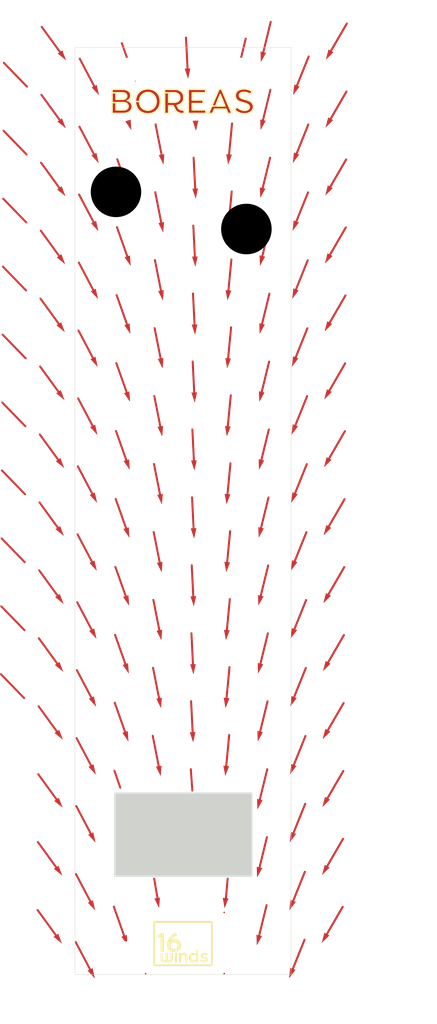
<source format=kicad_pcb>
(kicad_pcb (version 20211014) (generator pcbnew)
  (layers (0 "F.Cu" signal) (31 "B.Cu" signal) (34 "B.Paste" user) (35 "F.Paste" user) (36 "B.SilkS" user "B.Silkscreen") (37 "F.SilkS" user "F.Silkscreen") (38 "B.Mask" user) (39 "F.Mask" user) (44 "Edge.Cuts" user))
  (net 0 "")
  (footprint "" (layer "F.Cu") (at 67.372 159.992)
    (fp_text reference "" (at 0 0) (layer "F.SilkS") (effects (font (size 1.27 1.27))))
    (fp_text value "" (at 0 0) (layer "F.SilkS") (effects (font (size 1.27 1.27))))
    (pad "" np_thru_hole oval (at 0 0) (size 4.7 3.2) (drill oval 4.7 3.2) (layers F&B.Cu *.Mask))
  )
  (footprint "MountingHole:MountingHole_3.2mm_M3" (layer "F.Cu") (at 68.672 59.642)
    (fp_text reference "REF**" hide)
    (fp_text value "MountingHole")
    (pad "" np_thru_hole circle (at 0 0) (size 7 7) (drill 7) (layers *.Mask))
  )
  (footprint "MountingHole:MountingHole_3.2mm_M3" (layer "F.Cu") (at 52.372 37.492)
    (fp_text reference "REF**" hide)
    (fp_text value "MountingHole_3.2mm_M3" hide)
    (pad "" np_thru_hole oval (at 0 0) (size 4.7 3.2) (drill oval 4.7 3.2) (layers F&B.Cu *.Mask))
  )
  (footprint "MountingHole:MountingHole_3.2mm_M3" (layer "F.Cu") (at 50.572 54.492)
    (fp_text reference "REF**" hide)
    (fp_text value "MountingHole")
    (pad "" np_thru_hole circle (at 0 0) (size 7 7) (drill 7) (layers *.Mask))
  )
  (footprint "" (layer "F.Cu") (at 67.372 37.492)
    (fp_text reference "" (at 0 0) (layer "F.SilkS") (effects (font (size 1.27 1.27))))
    (fp_text value "" (at 0 0) (layer "F.SilkS") (effects (font (size 1.27 1.27))))
    (pad "" np_thru_hole oval (at 0 0) (size 4.7 3.2) (drill oval 4.7 3.2) (layers F&B.Cu *.Mask))
  )
  (footprint "" (layer "F.Cu") (at 52.372 159.992)
    (fp_text reference "" (at 0 0) (layer "F.SilkS") (effects (font (size 1.27 1.27))))
    (fp_text value "" (at 0 0) (layer "F.SilkS") (effects (font (size 1.27 1.27))))
    (pad "" np_thru_hole oval (at 0 0) (size 4.7 3.2) (drill oval 4.7 3.2) (layers F&B.Cu *.Mask))
  )
  (footprint "" (layer "F.Cu") (at 68.672 59.642)
    (fp_text reference "" (at 0 0) (layer "F.SilkS") (effects (font (size 1.27 1.27))))
    (fp_text value "" (at 0 0) (layer "F.SilkS") (effects (font (size 1.27 1.27))))
    (pad "" np_thru_hole circle (at 0 0) (size 7 7) (drill 7) (layers *.Mask))
  )
  (gr_line (start 77.140192 73.401789) (end 75.416475 77.672511) (layer "F.Cu") (width 0.283426))
  (gr_line (start 45.100405 130.215331) (end 47.231018 134.252143) (layer "F.Cu") (width 0.274499))
  (gr_line (start 60.998104 125.100333) (end 61.225292 129.646666) (layer "F.Cu") (width 0.278962))
  (gr_poly (pts (xy 43.386318 92.775279) (xy 42.218248 91.82651) (xy 42.862287 91.39844)) (layer "F.Cu") (width 0) (fill solid))
  (gr_poly (pts (xy 52.353038 121.282645) (xy 51.505128 120.060637) (xy 52.250495 119.824576)) (layer "F.Cu") (width 0) (fill solid))
  (gr_poly (pts (xy 71.00799 119.984534) (xy 70.289016 121.263587) (xy 70.241048 119.803473)) (layer "F.Cu") (width 0) (fill solid))
  (gr_line (start 34.961041 46.016391) (end 38.172766 49.319682) (layer "F.Cu") (width 0.274499))
  (gr_line (start 50.530047 97.060397) (end 52.052314 101.350943) (layer "F.Cu") (width 0.276731))
  (gr_poly (pts (xy 48.038988 78.773768) (xy 47.020935 77.677043) (xy 47.722782 77.341845)) (layer "F.Cu") (width 0) (fill solid))
  (gr_line (start 40.085196 69.282019) (end 42.782594 72.98788) (layer "F.Cu") (width 0.274499))
  (gr_line (start 63.871991 161.692017) (end 55.872009 161.692017) (layer "F.Cu") (width 0.215174))
  (gr_line (start 50.44244 115.897406) (end 51.964707 120.187964) (layer "F.Cu") (width 0.276731))
  (gr_line (start 61.304948 59.170754) (end 61.532137 63.717088) (layer "F.Cu") (width 0.278962))
  (gr_line (start 66.503372 82.69525) (end 66.068376 87.237887) (layer "F.Cu") (width 0.281194))
  (gr_poly (pts (xy 75.529844 152.921492) (xy 74.633306 154.091475) (xy 74.794904 152.641204)) (layer "F.Cu") (width 0) (fill solid))
  (gr_poly (pts (xy 66.660387 49.346003) (xy 66.133627 50.710088) (xy 65.875965 49.267947)) (layer "F.Cu") (width 0) (fill solid))
  (gr_poly (pts (xy 60.035724 160.00296) (xy 60.060212 160.004841) (xy 60.0842 160.00795) (xy 60.107669 160.012261) (xy 60.130598 160.017753) (xy 60.152965 160.024401) (xy 60.174751 160.032184) (xy 60.195935 160.041078) (xy 60.216496 160.05106) (xy 60.236414 160.062106) (xy 60.255667 160.074194) (xy 60.274237 160.087301) (xy 60.292101 160.101404) (xy 60.30924 160.116479) (xy 60.325632 160.132504) (xy 60.341257 160.149455) (xy 60.356095 160.167309) (xy 60.370125 160.186043) (xy 60.383326 160.205635) (xy 60.395678 160.226061) (xy 60.40716 160.247298) (xy 60.417752 160.269323) (xy 60.427433 160.292112) (xy 60.436182 160.315644) (xy 60.443979 160.339894) (xy 60.450803 160.36484) (xy 60.456634 160.390459) (xy 60.461451 160.416727) (xy 60.465233 160.443621) (xy 60.46796 160.471119) (xy 60.469611 160.499197) (xy 60.470166 160.527833) (xy 60.470166 161.272801) (xy 60.203978 161.272801) (xy 60.203978 160.573385) (xy 60.203632 160.554682) (xy 60.202601 160.536364) (xy 60.200898 160.518447) (xy 60.198535 160.500942) (xy 60.195522 160.483865) (xy 60.191873 160.467228) (xy 60.187599 160.451045) (xy 60.182711 160.43533) (xy 60.177223 160.420097) (xy 60.171144 160.405358) (xy 60.164489 160.391128) (xy 60.157268 160.377421) (xy 60.149493 160.364249) (xy 60.141176 160.351626) (xy 60.132329 160.339567) (xy 60.122964 160.328085) (xy 60.113093 160.317193) (xy 60.102728 160.306905) (xy 60.091879 160.297234) (xy 60.080561 160.288195) (xy 60.068784 160.279801) (xy 60.056559 160.272065) (xy 60.0439 160.265001) (xy 60.030818 160.258623) (xy 60.017324 160.252944) (xy 60.003431 160.247979) (xy 59.989151 160.24374) (xy 59.974495 160.240241) (xy 59.959475 160.237496) (xy 59.944104 160.235518) (xy 59.928392 160.234321) (xy 59.912353 160.233919) (xy 59.896265 160.234321) (xy 59.880413 160.235519) (xy 59.864814 160.237498) (xy 59.849487 160.240248) (xy 59.83445 160.243753) (xy 59.819721 160.248002) (xy 59.805317 160.252982) (xy 59.791258 160.258679) (xy 59.77756 160.265081) (xy 59.764242 160.272175) (xy 59.751322 160.279947) (xy 59.738819 160.288384) (xy 59.726749 160.297475) (xy 59.715132 160.307205) (xy 59.703984 160.317563) (xy 59.693325 160.328534) (xy 59.683172 160.340105) (xy 59.673543 160.352265) (xy 59.664457 160.365) (xy 59.655931 160.378297) (xy 59.647984 160.392143) (xy 59.640632 160.406524) (xy 59.633896 160.421429) (xy 59.627792 160.436844) (xy 59.622338 160.452757) (xy 59.617553 160.469153) (xy 59.613455 160.486021) (xy 59.610061 160.503347) (xy 59.60739 160.521118) (xy 59.60546 160.539322) (xy 59.604289 160.557945) (xy 59.603895 160.576974) (xy 59.603895 161.272801) (xy 59.337705 161.272801) (xy 59.337705 160.025164) (xy 59.505612 160.025164) (xy 59.573938 160.214671) (xy 59.592619 160.190348) (xy 59.612638 160.167325) (xy 59.633953 160.14564) (xy 59.656526 160.12533) (xy 59.680315 160.106431) (xy 59.705281 160.088982) (xy 59.731382 160.073018) (xy 59.75858 160.058577) (xy 59.786832 160.045696) (xy 59.816099 160.034413) (xy 59.846341 160.024763) (xy 59.877517 160.016785) (xy 59.909587 160.010515) (xy 59.942511 160.005991) (xy 59.976248 160.003249) (xy 60.010758 160.002327)) (layer "F.Cu") (width 0) (fill solid))
  (gr_line (start 82.081327 144.185027) (end 79.756593 148.191977) (layer "F.Cu") (width 0.285658))
  (gr_poly (pts (xy 61.457862 93.123915) (xy 60.994243 91.7279) (xy 61.781154 91.700557)) (layer "F.Cu") (width 0) (fill solid))
  (gr_line (start 56.021861 54.541169) (end 56.905626 59.00303) (layer "F.Cu") (width 0.276731))
  (gr_line (start 45.012571 149.052352) (end 47.143184 153.089171) (layer "F.Cu") (width 0.274499))
  (gr_poly (pts (xy 47.644359 163.540526) (xy 46.626466 162.443656) (xy 47.328313 162.108451)) (layer "F.Cu") (width 0) (fill solid))
  (gr_poly (pts (xy 80.494142 91.643233) (xy 79.437925 92.682597) (xy 79.804929 91.2695)) (layer "F.Cu") (width 0) (fill solid))
  (gr_line (start 55.890232 82.796466) (end 56.773998 87.25833) (layer "F.Cu") (width 0.276731))
  (gr_poly (pts (xy 62.81887 160.004193) (xy 62.848458 160.006064) (xy 62.878181 160.009154) (xy 62.907967 160.013441) (xy 62.937744 160.018902) (xy 62.96744 160.025513) (xy 62.996983 160.033253) (xy 63.026302 160.042099) (xy 63.055324 160.052028) (xy 63.083977 160.063016) (xy 63.11219 160.075042) (xy 63.13989 160.088083) (xy 63.167006 160.102115) (xy 63.193466 160.117116) (xy 63.219198 160.133064) (xy 63.244131 160.149935) (xy 63.115833 160.328673) (xy 63.097863 160.317739) (xy 63.079517 160.307433) (xy 63.06084 160.297767) (xy 63.041877 160.288751) (xy 63.022675 160.280394) (xy 63.003279 160.272709) (xy 62.983734 160.265706) (xy 62.964087 160.259394) (xy 62.944382 160.253786) (xy 62.924665 160.248891) (xy 62.904983 160.244719) (xy 62.88538 160.241283) (xy 62.865902 160.238591) (xy 62.846594 160.236656) (xy 62.827503 160.235487) (xy 62.808674 160.235095) (xy 62.797867 160.235277) (xy 62.787279 160.235817) (xy 62.776917 160.236711) (xy 62.766791 160.237951) (xy 62.756908 160.239531) (xy 62.747277 160.241445) (xy 62.737905 160.243686) (xy 62.728801 160.246248) (xy 62.719972 160.249125) (xy 62.711428 160.25231) (xy 62.703176 160.255797) (xy 62.695224 160.259579) (xy 62.68758 160.26365) (xy 62.680254 160.268004) (xy 62.673252 160.272635) (xy 62.666583 160.277535) (xy 62.660255 160.2827) (xy 62.654276 160.288121) (xy 62.648654 160.293793) (xy 62.643398 160.29971) (xy 62.638516 160.305865) (xy 62.634015 160.312252) (xy 62.629905 160.318864) (xy 62.626192 160.325695) (xy 62.622886 160.332739) (xy 62.619994 160.33999) (xy 62.617525 160.34744) (xy 62.615486 160.355084) (xy 62.613887 160.362915) (xy 62.612734 160.370927) (xy 62.612036 160.379113) (xy 62.611802 160.387468) (xy 62.611935 160.392159) (xy 62.612335 160.396786) (xy 62.613001 160.40135) (xy 62.613931 160.40585) (xy 62.615124 160.410285) (xy 62.616581 160.414656) (xy 62.6183 160.418962) (xy 62.62028 160.423203) (xy 62.62502 160.431491) (xy 62.630794 160.439516) (xy 62.637595 160.447277) (xy 62.645416 160.454773) (xy 62.654251 160.462002) (xy 62.664091 160.468963) (xy 62.674931 160.475654) (xy 62.686764 160.482072) (xy 62.699581 160.488218) (xy 62.713377 160.494088) (xy 62.728144 160.499681) (xy 62.743876 160.504997) (xy 62.965873 160.574623) (xy 63.000511 160.586756) (xy 63.033321 160.600621) (xy 63.064248 160.616151) (xy 63.093235 160.63328) (xy 63.120226 160.651941) (xy 63.145165 160.672068) (xy 63.156848 160.68266) (xy 63.167996 160.693593) (xy 63.178603 160.70486) (xy 63.188662 160.716451) (xy 63.198166 160.728359) (xy 63.207107 160.740575) (xy 63.215479 160.75309) (xy 63.223275 160.765897) (xy 63.230488 160.778987) (xy 63.23711 160.792351) (xy 63.243135 160.805983) (xy 63.248556 160.819872) (xy 63.253365 160.834011) (xy 63.257556 160.848391) (xy 63.261121 160.863005) (xy 63.264054 160.877843) (xy 63.266347 160.892898) (xy 63.267994 160.908161) (xy 63.268987 160.923623) (xy 63.26932 160.939277) (xy 63.268775 160.959088) (xy 63.26715 160.978463) (xy 63.264464 160.997391) (xy 63.260733 161.015858) (xy 63.255973 161.033853) (xy 63.250203 161.051361) (xy 63.24344 161.068371) (xy 63.235699 161.08487) (xy 63.227 161.100846) (xy 63.217358 161.116284) (xy 63.20679 161.131173) (xy 63.195315 161.1455) (xy 63.182949 161.159252) (xy 63.169708 161.172417) (xy 63.155611 161.184981) (xy 63.140674 161.196933) (xy 63.124915 161.208258) (xy 63.108349 161.218945) (xy 63.090996 161.228981) (xy 63.072871 161.238354) (xy 63.034376 161.255055) (xy 62.993 161.268948) (xy 62.948881 161.279931) (xy 62.902156 161.287902) (xy 62.85296 161.29276) (xy 62.801432 161.294401) (xy 62.759629 161.293219) (xy 62.71802 161.289721) (xy 62.676768 161.283984) (xy 62.636036 161.276084) (xy 62.595987 161.266095) (xy 62.556784 161.254094) (xy 62.518591 161.240157) (xy 62.48157 161.224358) (xy 62.445886 161.206773) (xy 62.411701 161.187478) (xy 62.379178 161.166549) (xy 62.34848 161.144061) (xy 62.319771 161.12009) (xy 62.293214 161.094712) (xy 62.268972 161.068001) (xy 62.257771 161.05417) (xy 62.247209 161.040034) (xy 62.411589 160.893726) (xy 62.427393 160.912424) (xy 62.444608 160.93026) (xy 62.463128 160.947187) (xy 62.482845 160.963158) (xy 62.503652 160.978125) (xy 62.525442 160.99204) (xy 62.548108 161.004855) (xy 62.571543 161.016524) (xy 62.595639 161.026998) (xy 62.620289 161.03623) (xy 62.645386 161.044172) (xy 62.670823 161.050777) (xy 62.696494 161.055997) (xy 62.722289 161.059785) (xy 62.748104 161.062092) (xy 62.77383 161.062872) (xy 62.786746 161.062721) (xy 62.799379 161.062273) (xy 62.811721 161.061533) (xy 62.823764 161.060504) (xy 62.835499 161.059192) (xy 62.846917 161.057602) (xy 62.858011 161.055739) (xy 62.868772 161.053607) (xy 62.879192 161.051212) (xy 62.889263 161.048558) (xy 62.898975 161.04565) (xy 62.908321 161.042493) (xy 62.917293 161.039091) (xy 62.925881 161.035451) (xy 62.934078 161.031575) (xy 62.941876 161.02747) (xy 62.949266 161.02314) (xy 62.956239 161.018591) (xy 62.962788 161.013826) (xy 62.968903 161.00885) (xy 62.974578 161.00367) (xy 62.979803 160.998289) (xy 62.984569 160.992712) (xy 62.98887 160.986944) (xy 62.992695 160.98099) (xy 62.996038 160.974855) (xy 62.998889 160.968543) (xy 63.001241 160.962061) (xy 63.003084 160.955411) (xy 63.004412 160.9486) (xy 63.005214 160.941632) (xy 63.005483 160.934511) (xy 63.005266 160.927676) (xy 63.004619 160.920901) (xy 63.003548 160.91419) (xy 63.002059 160.907546) (xy 63.000158 160.900972) (xy 62.997851 160.894472) (xy 62.995143 160.88805) (xy 62.992041 160.881709) (xy 62.984677 160.869284) (xy 62.975806 160.857226) (xy 62.965477 160.845562) (xy 62.953736 160.83432) (xy 62.94063 160.823529) (xy 62.926208 160.813216) (xy 62.910516 160.803409) (xy 62.893603 160.794137) (xy 62.875515 160.785428) (xy 62.8563 160.777308) (xy 62.836005 160.769808) (xy 62.814677 160.762954) (xy 62.597444 160.698154) (xy 62.570134 160.688849) (xy 62.544027 160.677631) (xy 62.5192 160.664585) (xy 62.495731 160.649795) (xy 62.473695 160.633346) (xy 62.453171 160.615321) (xy 62.434235 160.595806) (xy 62.416965 160.574885) (xy 62.401438 160.552643) (xy 62.38773 160.529164) (xy 62.37592 160.504532) (xy 62.366084 160.478833) (xy 62.3583 160.45215) (xy 62.355201 160.438466) (xy 62.352644 160.424568) (xy 62.350639 160.410466) (xy 62.349194 160.396171) (xy 62.34832 160.381694) (xy 62.348027 160.367045) (xy 62.348551 160.346791) (xy 62.350111 160.32698) (xy 62.352688 160.307624) (xy 62.356266 160.288737) (xy 62.360825 160.270331) (xy 62.366349 160.25242) (xy 62.372819 160.235017) (xy 62.380216 160.218135) (xy 62.388524 160.201788) (xy 62.397724 160.185988) (xy 62.407799 160.170749) (xy 62.418729 160.156084) (xy 62.430498 160.142005) (xy 62.443087 160.128527) (xy 62.456478 160.115662) (xy 62.470654 160.103424) (xy 62.485596 160.091826) (xy 62.501287 160.08088) (xy 62.517708 160.0706) (xy 62.534842 160.061) (xy 62.552671 160.052092) (xy 62.571176 160.043889) (xy 62.590339 160.036405) (xy 62.610144 160.029653) (xy 62.630571 160.023646) (xy 62.651602 160.018397) (xy 62.695409 160.010227) (xy 62.741418 160.005248) (xy 62.789488 160.003565)) (layer "F.Cu") (width 0) (fill solid))
  (gr_line (start 34.610352 121.365325) (end 37.822077 124.668616) (layer "F.Cu") (width 0.274499))
  (gr_poly (pts (xy 70.87636 148.240043) (xy 70.157386 149.519095) (xy 70.109419 148.058982)) (layer "F.Cu") (width 0) (fill solid))
  (gr_line (start 77.052648 92.237765) (end 75.328931 96.508487) (layer "F.Cu") (width 0.283426))
  (gr_poly (pts (xy 61.414066 102.542434) (xy 60.950449 101.146415) (xy 61.73736 101.119071)) (layer "F.Cu") (width 0) (fill solid))
  (gr_poly (pts (xy 61.50169 83.705436) (xy 61.038072 82.30942) (xy 61.824983 82.282077)) (layer "F.Cu") (width 0) (fill solid))
  (gr_line (start 50.705254 59.38613) (end 52.227522 63.676682) (layer "F.Cu") (width 0.276731))
  (gr_line (start 55.671237 129.889037) (end 56.555002 134.350898) (layer "F.Cu") (width 0.276731))
  (gr_line (start 61.21713 78.007781) (end 61.444318 82.554118) (layer "F.Cu") (width 0.278962))
  (gr_line (start 55.934253 73.378196) (end 56.818019 77.84006) (layer "F.Cu") (width 0.276731))
  (gr_poly (pts (xy 52.177597 158.956702) (xy 51.329687 157.734687) (xy 52.075055 157.498633)) (layer "F.Cu") (width 0) (fill solid))
  (gr_line (start 34.917229 55.434888) (end 38.128954 58.738179) (layer "F.Cu") (width 0.274499))
  (gr_poly (pts (xy 66.528806 77.600688) (xy 66.002044 78.964774) (xy 65.744384 77.522631)) (layer "F.Cu") (width 0) (fill solid))
  (gr_poly (pts (xy 66.397386 105.856231) (xy 65.870626 107.22032) (xy 65.612964 105.778174)) (layer "F.Cu") (width 0) (fill solid))
  (gr_poly (pts (xy 75.705286 115.247466) (xy 74.808748 116.417456) (xy 74.970342 114.967177)) (layer "F.Cu") (width 0) (fill solid))
  (gr_poly locked (pts (xy 68.446782 40.200225) (xy 68.527754 40.205359) (xy 68.608558 40.213754) (xy 68.688886 40.225277) (xy 68.768429 40.239794) (xy 68.846879 40.257173) (xy 68.923928 40.277281) (xy 68.999266 40.299985) (xy 69.072585 40.325151) (xy 69.143577 40.352648) (xy 69.211932 40.382342) (xy 69.277343 40.414101) (xy 69.3395 40.447791) (xy 69.398095 40.483279) (xy 69.45282 40.520432) (xy 69.503365 40.559118) (xy 69.228612 40.96054) (xy 69.183963 40.930277) (xy 69.137046 40.901382) (xy 69.088062 40.873937) (xy 69.037209 40.848022) (xy 68.984688 40.823717) (xy 68.930697 40.801104) (xy 68.875437 40.780262) (xy 68.819106 40.761273) (xy 68.761905 40.744216) (xy 68.704033 40.729172) (xy 68.645689 40.716222) (xy 68.587073 40.705446) (xy 68.528385 40.696924) (xy 68.469824 40.690738) (xy 68.411589 40.686967) (xy 68.353881 40.685692) (xy 68.316293 40.686139) (xy 68.279726 40.687474) (xy 68.24419 40.689689) (xy 68.209697 40.692777) (xy 68.176257 40.69673) (xy 68.143884 40.70154) (xy 68.112586 40.707198) (xy 68.082377 40.713698) (xy 68.053268 40.721031) (xy 68.025269 40.729189) (xy 67.998393 40.738165) (xy 67.97265 40.747951) (xy 67.948052 40.758538) (xy 67.924611 40.769919) (xy 67.902337 40.782086) (xy 67.881242 40.795031) (xy 67.861338 40.808746) (xy 67.842635 40.823224) (xy 67.825146 40.838456) (xy 67.808881 40.854435) (xy 67.793852 40.871153) (xy 67.78007 40.888602) (xy 67.767547 40.906773) (xy 67.756294 40.92566) (xy 67.746322 40.945254) (xy 67.737643 40.965548) (xy 67.730268 40.986533) (xy 67.724208 41.008202) (xy 67.719475 41.030546) (xy 67.716081 41.053559) (xy 67.714035 41.077231) (xy 67.713351 41.101556) (xy 67.713841 41.120698) (xy 67.715307 41.139582) (xy 67.717747 41.158205) (xy 67.721157 41.176559) (xy 67.725534 41.19464) (xy 67.730873 41.212444) (xy 67.737171 41.229963) (xy 67.744426 41.247194) (xy 67.752632 41.264131) (xy 67.761788 41.280769) (xy 67.782931 41.313125) (xy 67.807828 41.344221) (xy 67.836449 41.374015) (xy 67.868768 41.402465) (xy 67.904755 41.429528) (xy 67.944383 41.455162) (xy 67.987623 41.479327) (xy 68.034448 41.501978) (xy 68.084829 41.523075) (xy 68.138738 41.542576) (xy 68.196147 41.560437) (xy 68.762687 41.725353) (xy 68.868129 41.758274) (xy 68.967525 41.79435) (xy 69.06077 41.833654) (xy 69.14776 41.87626) (xy 69.22839 41.922241) (xy 69.266287 41.946521) (xy 69.302555 41.971671) (xy 69.337182 41.997702) (xy 69.370153 42.024623) (xy 69.401456 42.052443) (xy 69.431078 42.081171) (xy 69.459005 42.110816) (xy 69.485226 42.141387) (xy 69.509726 42.172894) (xy 69.532492 42.205347) (xy 69.553513 42.238753) (xy 69.572773 42.273122) (xy 69.590262 42.308464) (xy 69.605965 42.344787) (xy 69.619869 42.382101) (xy 69.631962 42.420415) (xy 69.64223 42.459738) (xy 69.65066 42.500079) (xy 69.65724 42.541448) (xy 69.661955 42.583854) (xy 69.664794 42.627306) (xy 69.665744 42.671812) (xy 69.664193 42.727011) (xy 69.65958 42.781009) (xy 69.651963 42.833771) (xy 69.641401 42.885261) (xy 69.627951 42.935442) (xy 69.611674 42.984279) (xy 69.592627 43.031734) (xy 69.570868 43.077773) (xy 69.546457 43.122357) (xy 69.519452 43.165452) (xy 69.489911 43.207021) (xy 69.457892 43.247028) (xy 69.423456 43.285437) (xy 69.386659 43.322211) (xy 69.347561 43.357314) (xy 69.306219 43.39071) (xy 69.262693 43.422362) (xy 69.217042 43.452235) (xy 69.169323 43.480292) (xy 69.119594 43.506498) (xy 69.014346 43.553207) (xy 68.901764 43.592074) (xy 68.782317 43.622809) (xy 68.656474 43.64512) (xy 68.524702 43.65872) (xy 68.387469 43.663318) (xy 68.284758 43.660444) (xy 68.183789 43.651969) (xy 68.084729 43.638113) (xy 67.987746 43.619096) (xy 67.893009 43.59514) (xy 67.800683 43.566463) (xy 67.710937 43.533286) (xy 67.623939 43.495831) (xy 67.539856 43.454316) (xy 67.458855 43.408962) (xy 67.381105 43.35999) (xy 67.306772 43.307619) (xy 67.236025 43.252071) (xy 67.16903 43.193565) (xy 67.105956 43.132321) (xy 67.046969 43.06856) (xy 67.412435 42.714829) (xy 67.464723 42.768849) (xy 67.519379 42.819739) (xy 67.576244 42.86745) (xy 67.635161 42.911933) (xy 67.695972 42.95314) (xy 67.758518 42.99102) (xy 67.822643 43.025525) (xy 67.888188 43.056606) (xy 67.954996 43.084215) (xy 68.022908 43.108301) (xy 68.091767 43.128816) (xy 68.161416 43.145711) (xy 68.231695 43.158937) (xy 68.302448 43.168445) (xy 68.373517 43.174185) (xy 68.444743 43.17611) (xy 68.479845 43.175594) (xy 68.514314 43.174057) (xy 68.548117 43.171513) (xy 68.581223 43.167978) (xy 68.613601 43.163466) (xy 68.64522 43.157992) (xy 68.676046 43.151571) (xy 68.70605 43.144217) (xy 68.7352 43.135947) (xy 68.763464 43.126774) (xy 68.79081 43.116713) (xy 68.817208 43.10578) (xy 68.842625 43.093989) (xy 68.86703 43.081356) (xy 68.890391 43.067894) (xy 68.912678 43.053619) (xy 68.933858 43.038546) (xy 68.9539 43.022689) (xy 68.972772 43.006064) (xy 68.990444 42.988686) (xy 69.006883 42.970568) (xy 69.022057 42.951727) (xy 69.035936 42.932177) (xy 69.048488 42.911933) (xy 69.059681 42.89101) (xy 69.069485 42.869422) (xy 69.077866 42.847185) (xy 69.084794 42.824314) (xy 69.090238 42.800822) (xy 69.094165 42.776726) (xy 69.096544 42.75204) (xy 69.097344 42.726779) (xy 69.096736 42.703327) (xy 69.094915 42.680464) (xy 69.091887 42.65818) (xy 69.087658 42.636461) (xy 69.082236 42.615295) (xy 69.075625 42.59467) (xy 69.067833 42.574574) (xy 69.058864 42.554994) (xy 69.048726 42.535918) (xy 69.037425 42.517335) (xy 69.024967 42.499231) (xy 69.011357 42.481594) (xy 68.98071 42.447674) (xy 68.945533 42.415477) (xy 68.905876 42.384904) (xy 68.861787 42.355858) (xy 68.813317 42.328241) (xy 68.760514 42.301954) (xy 68.703429 42.276899) (xy 68.64211 42.252979) (xy 68.576607 42.230095) (xy 68.50697 42.208149) (xy 67.854365 42.012151) (xy 67.771198 41.984524) (xy 67.692867 41.952802) (xy 67.619446 41.917088) (xy 67.551007 41.877488) (xy 67.518679 41.856263) (xy 67.487624 41.834107) (xy 67.457851 41.811031) (xy 67.429369 41.78705) (xy 67.402188 41.762176) (xy 67.376316 41.736422) (xy 67.351763 41.709802) (xy 67.328537 41.682328) (xy 67.306649 41.654014) (xy 67.286106 41.624873) (xy 67.266919 41.594918) (xy 67.249096 41.564162) (xy 67.232646 41.532619) (xy 67.217579 41.500301) (xy 67.203903 41.467221) (xy 67.191628 41.433393) (xy 67.180764 41.39883) (xy 67.171318 41.363545) (xy 67.1633 41.327551) (xy 67.15672 41.290861) (xy 67.151586 41.253488) (xy 67.147907 41.215446) (xy 67.145694 41.176747) (xy 67.144954 41.137405) (xy 67.146347 41.084462) (xy 67.1505 41.032741) (xy 67.157374 40.982271) (xy 67.166931 40.933083) (xy 67.179132 40.885207) (xy 67.193937 40.838672) (xy 67.211308 40.793511) (xy 67.231207 40.749751) (xy 67.253594 40.707424) (xy 67.27843 40.666559) (xy 67.305677 40.627187) (xy 67.335296 40.589337) (xy 67.367247 40.553041) (xy 67.401493 40.518327) (xy 67.437994 40.485226) (xy 67.476712 40.453769) (xy 67.517607 40.423984) (xy 67.560642 40.395903) (xy 67.605776 40.369556) (xy 67.652971 40.344972) (xy 67.702189 40.322182) (xy 67.75339 40.301215) (xy 67.861588 40.264874) (xy 67.977253 40.23619) (xy 68.100077 40.215402) (xy 68.229746 40.202753) (xy 68.365952 40.198484)) (layer "F.Cu") (width 0) (fill solid))
  (gr_line (start 82.388189 78.255236) (end 80.063455 82.262183) (layer "F.Cu") (width 0.285658))
  (gr_line (start 51.383336 33.884349) (end 52.905603 38.174901) (layer "F.Cu") (width 0.276731))
  (gr_line (start 82.607217 31.162458) (end 80.282484 35.169406) (layer "F.Cu") (width 0.285658))
  (gr_line (start 65.593486 162.858779) (end 65.593486 162.858779) (layer "F.Cu") (width 0.215101))
  (gr_line (start 50.573835 87.641883) (end 52.096102 91.932433) (layer "F.Cu") (width 0.276731))
  (gr_poly (pts (xy 80.625707 63.387639) (xy 79.56933 64.426844) (xy 79.936494 63.013902)) (layer "F.Cu") (width 0) (fill solid))
  (gr_line (start 71.696457 106.275512) (end 70.607088 110.725386) (layer "F.Cu") (width 0.281194))
  (gr_line (start 66.678634 45.02076) (end 66.24364 49.563393) (layer "F.Cu") (width 0.281194))
  (gr_line (start 66.415569 101.532248) (end 65.980575 106.074874) (layer "F.Cu") (width 0.281194))
  (gr_line (start 77.2278 54.564778) (end 75.504079 58.835498) (layer "F.Cu") (width 0.283426))
  (gr_line (start 39.734499 144.630965) (end 42.431896 148.336829) (layer "F.Cu") (width 0.274499))
  (gr_line (start 66.634807 54.439275) (end 66.199812 58.981908) (layer "F.Cu") (width 0.281194))
  (gr_line (start 39.953736 97.538382) (end 42.651134 101.244246) (layer "F.Cu") (width 0.274499))
  (gr_poly (pts (xy 61.58925 64.869229) (xy 61.125631 63.473216) (xy 61.912542 63.44587)) (layer "F.Cu") (width 0) (fill solid))
  (gr_poly (pts (xy 52.484441 93.027102) (xy 51.636531 91.805098) (xy 52.381899 91.569033)) (layer "F.Cu") (width 0) (fill solid))
  (gr_poly (pts (xy 57.042446 78.974368) (xy 56.38063 77.651881) (xy 57.154413 77.519213)) (layer "F.Cu") (width 0) (fill solid))
  (gr_poly (pts (xy 66.572553 68.183013) (xy 66.045793 69.547099) (xy 65.788131 68.10496)) (layer "F.Cu") (width 0) (fill solid))
  (gr_poly (pts (xy 53.29391 39.270008) (xy 52.446 38.048) (xy 53.191368 37.811938)) (layer "F.Cu") (width 0) (fill solid))
  (gr_line (start 76.833314 139.332442) (end 75.109594 143.603156) (layer "F.Cu") (width 0.283426))
  (gr_poly (pts (xy 71.314607 54.055165) (xy 70.595636 55.334218) (xy 70.547668 53.874097)) (layer "F.Cu") (width 0) (fill solid))
  (gr_line (start 66.459575 92.113746) (end 66.024582 96.656382) (layer "F.Cu") (width 0.281194))
  (gr_poly (pts (xy 80.757177 35.131959) (xy 79.700956 36.171318) (xy 80.06796 34.758221)) (layer "F.Cu") (width 0) (fill solid))
  (gr_poly (pts (xy 48.126805 59.936755) (xy 47.108752 58.840033) (xy 47.8106 58.504834)) (layer "F.Cu") (width 0) (fill solid))
  (gr_line (start 82.212957 115.929503) (end 79.888223 119.936446) (layer "F.Cu") (width 0.285658))
  (gr_poly (pts (xy 71.183204 82.310477) (xy 70.464231 83.589534) (xy 70.416263 82.129412)) (layer "F.Cu") (width 0) (fill solid))
  (gr_poly (pts (xy 80.58196 72.806205) (xy 79.525743 73.845568) (xy 79.892747 72.432471)) (layer "F.Cu") (width 0) (fill solid))
  (gr_line (start 71.740474 96.857058) (end 70.650936 101.307143) (layer "F.Cu") (width 0.281194))
  (gr_poly (pts (xy 80.18749 157.572829) (xy 79.131273 158.612189) (xy 79.498277 157.199096)) (layer "F.Cu") (width 0) (fill solid))
  (gr_line (start 34.785785 83.691283) (end 37.99751 86.994574) (layer "F.Cu") (width 0.274499))
  (gr_poly (pts (xy 75.66147 124.665969) (xy 74.764936 125.835952) (xy 74.92653 124.38568)) (layer "F.Cu") (width 0) (fill solid))
  (gr_line (start 72.047094 30.927882) (end 70.957553 35.377966) (layer "F.Cu") (width 0.281194))
  (gr_line (start 82.037515 153.603568) (end 79.712782 157.610518) (layer "F.Cu") (width 0.285658))
  (gr_line (start 61.173318 87.426265) (end 61.400507 91.972598) (layer "F.Cu") (width 0.278962))
  (gr_line (start 66.371742 110.950774) (end 65.936746 115.493407) (layer "F.Cu") (width 0.281194))
  (gr_poly (pts (xy 43.298718 111.612288) (xy 42.130648 110.66352) (xy 42.774687 110.23545)) (layer "F.Cu") (width 0) (fill solid))
  (gr_line (start 82.432001 68.836722) (end 80.107267 72.843673) (layer "F.Cu") (width 0.285658))
  (gr_line (start 45.144193 120.796813) (end 47.274806 124.833632) (layer "F.Cu") (width 0.274499))
  (gr_poly (pts (xy 66.35359 115.274726) (xy 65.82683 116.638816) (xy 65.569168 115.196669)) (layer "F.Cu") (width 0) (fill solid))
  (gr_poly (pts (xy 66.441198 96.437701) (xy 65.914438 97.801783) (xy 65.656776 96.359645)) (layer "F.Cu") (width 0) (fill solid))
  (gr_line (start 82.300581 97.092471) (end 79.975847 101.099425) (layer "F.Cu") (width 0.285658))
  (gr_poly (pts (xy 48.214429 41.09971) (xy 47.196376 40.00299) (xy 47.898062 39.667637)) (layer "F.Cu") (width 0) (fill solid))
  (gr_poly (pts (xy 56.911043 107.229911) (xy 56.249227 105.907424) (xy 57.02301 105.774749)) (layer "F.Cu") (width 0) (fill solid))
  (gr_poly (pts (xy 80.713316 44.550629) (xy 79.656934 45.589832) (xy 80.024103 44.17689)) (layer "F.Cu") (width 0) (fill solid))
  (gr_line (start 61.261152 68.589267) (end 61.488342 73.135604) (layer "F.Cu") (width 0.278962))
  (gr_poly (pts (xy 56.954839 97.811396) (xy 56.293024 96.48891) (xy 57.066804 96.356242)) (layer "F.Cu") (width 0) (fill solid))
  (gr_line (start 40.128992 59.86349) (end 42.826389 63.56935) (layer "F.Cu") (width 0.274499))
  (gr_poly (pts (xy 75.486032 162.340033) (xy 74.589494 163.510024) (xy 74.751089 162.059752)) (layer "F.Cu") (width 0) (fill solid))
  (gr_line (start 55.715016 120.470542) (end 56.598781 124.932395) (layer "F.Cu") (width 0.276731))
  (gr_poly (pts (xy 80.318845 129.317443) (xy 79.262468 130.35665) (xy 79.629633 128.943709)) (layer "F.Cu") (width 0) (fill solid))
  (gr_poly (pts (xy 71.358646 44.63665) (xy 70.639673 45.915704) (xy 70.591705 44.455583)) (layer "F.Cu") (width 0) (fill solid))
  (gr_poly (pts (xy 56.998651 88.392867) (xy 56.336835 87.070376) (xy 57.110616 86.937713)) (layer "F.Cu") (width 0) (fill solid))
  (gr_line (start 39.866129 116.375411) (end 42.563526 120.081275) (layer "F.Cu") (width 0.274499))
  (gr_poly (pts (xy 52.440646 102.445601) (xy 51.592736 101.223593) (xy 52.338104 100.987532)) (layer "F.Cu") (width 0) (fill solid))
  (gr_poly (pts (xy 80.450315 101.061744) (xy 79.394098 102.101111) (xy 79.761098 100.68801)) (layer "F.Cu") (width 0) (fill solid))
  (gr_poly (pts (xy 66.61659 58.764518) (xy 66.08983 60.128604) (xy 65.832168 58.686461)) (layer "F.Cu") (width 0) (fill solid))
  (gr_line (start 50.617639 78.223368) (end 52.139906 82.513919) (layer "F.Cu") (width 0.276731))
  (gr_line (start 50.398619 125.315932) (end 51.920888 129.60649) (layer "F.Cu") (width 0.276731))
  (gr_line (start 55.872009 155.691983) (end 63.871991 155.691983) (layer "F.Cu") (width 0.215174))
  (gr_line (start 61.08571 106.263305) (end 61.3129 110.809638) (layer "F.Cu") (width 0.278962))
  (gr_line (start 45.538694 36.029593) (end 47.669307 40.066407) (layer "F.Cu") (width 0.274499))
  (gr_poly (pts (xy 67.94 37.54) (xy 67.221027 38.819053) (xy 67.173059 37.358933)) (layer "F.Cu") (width 0) (fill solid))
  (gr_line (start 34.698177 102.528312) (end 37.909903 105.831603) (layer "F.Cu") (width 0.274499))
  (gr_poly (pts (xy 43.51794 64.519753) (xy 42.349707 63.57083) (xy 42.993746 63.142762)) (layer "F.Cu") (width 0) (fill solid))
  (gr_poly (pts (xy 75.749078 105.828955) (xy 74.852541 106.998938) (xy 75.014139 105.548667)) (layer "F.Cu") (width 0) (fill solid))
  (gr_poly (pts (xy 43.649367 36.264211) (xy 42.481135 35.315289) (xy 43.125174 34.887221)) (layer "F.Cu") (width 0) (fill solid))
  (gr_line (start 82.168935 125.347998) (end 79.844202 129.354949) (layer "F.Cu") (width 0.285658))
  (gr_line (start 71.784271 87.438544) (end 70.69473 91.888629) (layer "F.Cu") (width 0.281194))
  (gr_line (start 82.344362 87.673976) (end 80.019628 91.680926) (layer "F.Cu") (width 0.285658))
  (gr_line (start 77.096429 82.819236) (end 75.372709 87.089957) (layer "F.Cu") (width 0.283426))
  (gr_poly (pts (xy 80.362657 119.898909) (xy 79.30628 120.938117) (xy 79.673444 119.525176)) (layer "F.Cu") (width 0) (fill solid))
  (gr_line (start 68.584669 33.249745) (end 67.495128 37.699829) (layer "F.Cu") (width 0.281194))
  (gr_line (start 82.125124 134.766509) (end 79.80039 138.773459) (layer "F.Cu") (width 0.285658))
  (gr_poly (pts (xy 56.554962 153.775336) (xy 55.893144 152.452849) (xy 56.666927 152.320182)) (layer "F.Cu") (width 0) (fill solid))
  (gr_line (start 61.34876 49.752223) (end 61.575948 54.298556) (layer "F.Cu") (width 0.278962))
  (gr_line (start 34.873433 64.853417) (end 38.085158 68.15671) (layer "F.Cu") (width 0.274499))
  (gr_poly (pts (xy 43.430122 83.356765) (xy 42.262052 82.407996) (xy 42.90609 81.979926)) (layer "F.Cu") (width 0) (fill solid))
  (gr_poly (pts (xy 57.130037 60.137763) (xy 56.468221 58.815274) (xy 57.242004 58.682603)) (layer "F.Cu") (width 0) (fill solid))
  (gr_line (start 72.003265 40.346412) (end 70.913726 44.796497) (layer "F.Cu") (width 0.281194))
  (gr_line (start 66.591028 63.857772) (end 66.156032 68.400405) (layer "F.Cu") (width 0.281194))
  (gr_line (start 55.872009 161.692017) (end 55.872009 155.691983) (layer "F.Cu") (width 0.215174))
  (gr_poly (pts (xy 80.275034 138.735953) (xy 79.218656 139.775161) (xy 79.585821 138.36222)) (layer "F.Cu") (width 0) (fill solid))
  (gr_line (start 63.871991 155.691983) (end 63.871991 155.691983) (layer "F.Cu") (width 0.215174))
  (gr_poly (pts (xy 66.265983 134.111754) (xy 65.739221 135.475844) (xy 65.481561 134.033698)) (layer "F.Cu") (width 0) (fill solid))
  (gr_line (start 66.072 149.692) (end 65.761531 153.167449) (layer "F.Cu") (width 0.281194))
  (gr_line (start 76.920923 120.495429) (end 75.197202 124.766143) (layer "F.Cu") (width 0.283426))
  (gr_poly (pts (xy 80.406519 110.480277) (xy 79.350301 111.519637) (xy 79.717306 110.106543)) (layer "F.Cu") (width 0) (fill solid))
  (gr_line (start 40.041352 78.701373) (end 42.738749 82.407233) (layer "F.Cu") (width 0.274499))
  (gr_poly (pts (xy 47.775996 135.285018) (xy 46.758103 134.188147) (xy 47.459951 133.852942)) (layer "F.Cu") (width 0) (fill solid))
  (gr_line (start 71.959468 49.764909) (end 70.86993 54.214995) (layer "F.Cu") (width 0.281194))
  (gr_poly locked (pts (xy 51.589802 40.26164) (xy 51.652633 40.264687) (xy 51.713848 40.269725) (xy 51.773416 40.27672) (xy 51.831309 40.285639) (xy 51.887495 40.29645) (xy 51.941945 40.309118) (xy 51.994628 40.323612) (xy 52.045514 40.339897) (xy 52.094574 40.35794) (xy 52.141777 40.377709) (xy 52.187093 40.399169) (xy 52.230491 40.422289) (xy 52.271943 40.447035) (xy 52.311417 40.473373) (xy 52.348884 40.50127) (xy 52.384313 40.530694) (xy 52.417675 40.561611) (xy 52.448939 40.593988) (xy 52.478076 40.627791) (xy 52.505054 40.662988) (xy 52.529844 40.699545) (xy 52.552416 40.737429) (xy 52.57274 40.776608) (xy 52.590786 40.817047) (xy 52.606524 40.858714) (xy 52.619922 40.901575) (xy 52.630952 40.945598) (xy 52.639584 40.990749) (xy 52.645786 41.036995) (xy 52.64953 41.084302) (xy 52.650784 41.132638) (xy 52.65024 41.163156) (xy 52.648615 41.193305) (xy 52.645919 41.223064) (xy 52.642163 41.252414) (xy 52.637358 41.281335) (xy 52.631513 41.309808) (xy 52.624639 41.337812) (xy 52.616748 41.365328) (xy 52.607849 41.392337) (xy 52.597952 41.418818) (xy 52.587069 41.444753) (xy 52.57521 41.47012) (xy 52.562385 41.494901) (xy 52.548605 41.519076) (xy 52.533881 41.542626) (xy 52.518222 41.565529) (xy 52.50164 41.587768) (xy 52.484145 41.609322) (xy 52.465747 41.630171) (xy 52.446456 41.650296) (xy 52.426285 41.669677) (xy 52.405242 41.688294) (xy 52.383338 41.706128) (xy 52.360584 41.723159) (xy 52.336991 41.739367) (xy 52.312569 41.754733) (xy 52.287328 41.769237) (xy 52.261279 41.782859) (xy 52.234432 41.795579) (xy 52.206798 41.807378) (xy 52.178387 41.818236) (xy 52.149211 41.828134) (xy 52.187973 41.836861) (xy 52.225858 41.846896) (xy 52.262843 41.858216) (xy 52.298904 41.870798) (xy 52.334019 41.884619) (xy 52.368163 41.899657) (xy 52.401314 41.915889) (xy 52.433449 41.933292) (xy 52.464545 41.951843) (xy 52.494578 41.97152) (xy 52.523525 41.9923) (xy 52.551363 42.01416) (xy 52.578069 42.037077) (xy 52.60362 42.061029) (xy 52.627992 42.085993) (xy 52.651163 42.111945) (xy 52.673109 42.138864) (xy 52.693807 42.166727) (xy 52.713233 42.19551) (xy 52.731366 42.225192) (xy 52.748181 42.255748) (xy 52.763655 42.287158) (xy 52.777766 42.319396) (xy 52.79049 42.352442) (xy 52.801803 42.386272) (xy 52.811684 42.420864) (xy 52.820107 42.456194) (xy 52.827051 42.49224) (xy 52.832493 42.52898) (xy 52.836408 42.56639) (xy 52.838774 42.604447) (xy 52.839568 42.643129) (xy 52.838196 42.695933) (xy 52.834102 42.747673) (xy 52.827324 42.798308) (xy 52.817898 42.8478) (xy 52.80586 42.896107) (xy 52.791245 42.94319) (xy 52.774091 42.989008) (xy 52.754434 43.033522) (xy 52.732309 43.07669) (xy 52.707753 43.118473) (xy 52.680802 43.158831) (xy 52.651493 43.197724) (xy 52.619861 43.235111) (xy 52.585943 43.270952) (xy 52.549776 43.305207) (xy 52.511394 43.337836) (xy 52.470835 43.368799) (xy 52.428135 43.398055) (xy 52.38333 43.425564) (xy 52.336456 43.451287) (xy 52.287549 43.475183) (xy 52.236646 43.497211) (xy 52.183782 43.517333) (xy 52.128995 43.535506) (xy 52.07232 43.551692) (xy 52.013794 43.565851) (xy 51.891332 43.587923) (xy 51.761898 43.601402) (xy 51.625783 43.605967) (xy 50.04147 43.605967) (xy 50.04147 43.118759) (xy 50.595594 43.118759) (xy 51.649667 43.118759) (xy 51.685096 43.118201) (xy 51.719668 43.116534) (xy 51.753365 43.113772) (xy 51.786169 43.109926) (xy 51.818062 43.105009) (xy 51.849028 43.099033) (xy 51.879048 43.09201) (xy 51.908105 43.083952) (xy 51.936182 43.074872) (xy 51.963261 43.064782) (xy 51.989325 43.053694) (xy 52.014355 43.041621) (xy 52.038336 43.028574) (xy 52.061248 43.014566) (xy 52.083076 42.99961) (xy 52.1038 42.983716) (xy 52.123404 42.966899) (xy 52.14187 42.94917) (xy 52.15918 42.930541) (xy 52.175318 42.911024) (xy 52.190265 42.890632) (xy 52.204004 42.869378) (xy 52.216518 42.847272) (xy 52.227789 42.824328) (xy 52.2378 42.800558) (xy 52.246532 42.775974) (xy 52.253969 42.750588) (xy 52.260093 42.724413) (xy 52.264887 42.69746) (xy 52.268333 42.669743) (xy 52.270413 42.641273) (xy 52.27111 42.612063) (xy 52.270385 42.582648) (xy 52.268217 42.554014) (xy 52.264623 42.526171) (xy 52.259617 42.499127) (xy 52.253214 42.472895) (xy 52.245429 42.447483) (xy 52.236276 42.422901) (xy 52.225772 42.39916) (xy 52.213929 42.376271) (xy 52.200765 42.354242) (xy 52.186292 42.333084) (xy 52.170527 42.312806) (xy 52.153484 42.29342) (xy 52.135178 42.274935) (xy 52.115623 42.257362) (xy 52.094835 42.240709) (xy 52.072829 42.224988) (xy 52.04962 42.210208) (xy 52.025221 42.196379) (xy 51.999649 42.183513) (xy 51.972919 42.171617) (xy 51.945044 42.160703) (xy 51.885922 42.14186) (xy 51.822402 42.127065) (xy 51.754604 42.116397) (xy 51.682647 42.109937) (xy 51.60665 42.107766) (xy 50.595594 42.107766) (xy 50.595594 43.118759) (xy 50.04147 43.118759) (xy 50.04147 41.651269) (xy 50.595594 41.651269) (xy 51.477584 41.651269) (xy 51.512553 41.650773) (xy 51.546639 41.649293) (xy 51.579827 41.646838) (xy 51.612101 41.643417) (xy 51.643448 41.639041) (xy 51.673853 41.633718) (xy 51.703299 41.627459) (xy 51.731773 41.620272) (xy 51.75926 41.612169) (xy 51.785744 41.603158) (xy 51.811211 41.593249) (xy 51.835647 41.582451) (xy 51.859035 41.570775) (xy 51.881361 41.55823) (xy 51.902611 41.544825) (xy 51.92277 41.53057) (xy 51.941821 41.515475) (xy 51.959752 41.499549) (xy 51.976546 41.482803) (xy 51.99219 41.465245) (xy 52.006667 41.446885) (xy 52.019963 41.427734) (xy 52.032064 41.4078) (xy 52.042954 41.387093) (xy 52.052619 41.365623) (xy 52.061044 41.343399) (xy 52.068213 41.320431) (xy 52.074112 41.29673) (xy 52.078726 41.272303) (xy 52.08204 41.247161) (xy 52.084039 41.221314) (xy 52.084709 41.194772) (xy 52.084081 41.169308) (xy 52.082208 41.144459) (xy 52.079104 41.120237) (xy 52.074784 41.096655) (xy 52.069263 41.073727) (xy 52.062555 41.051464) (xy 52.054677 41.029878) (xy 52.045642 41.008985) (xy 52.035466 40.988794) (xy 52.024163 40.96932) (xy 52.011749 40.950575) (xy 51.998237 40.932572) (xy 51.983644 40.915323) (xy 51.967984 40.898841) (xy 51.951272 40.88314) (xy 51.933522 40.86823) (xy 51.91475 40.854126) (xy 51.89497 40.84084) (xy 51.874198 40.828384) (xy 51.852448 40.816772) (xy 51.829735 40.806016) (xy 51.806074 40.796128) (xy 51.78148 40.787122) (xy 51.755968 40.77901) (xy 51.702249 40.765519) (xy 51.645035 40.755757) (xy 51.584446 40.749825) (xy 51.520601 40.747825) (xy 50.595594 40.747825) (xy 50.595594 41.651269) (xy 50.04147 41.651269) (xy 50.04147 40.260617) (xy 51.525385 40.260617)) (layer "F.Cu") (width 0) (fill solid))
  (gr_poly (pts (xy 75.573637 143.503013) (xy 74.677099 144.672995) (xy 74.838697 143.222724)) (layer "F.Cu") (width 0) (fill solid))
  (gr_poly (pts (xy 47.819808 125.866477) (xy 46.801915 124.769599) (xy 47.503601 124.434249)) (layer "F.Cu") (width 0) (fill solid))
  (gr_line (start 45.494882 45.44809) (end 47.625495 49.484904) (layer "F.Cu") (width 0.274499))
  (gr_poly (pts (xy 43.211103 130.449332) (xy 42.04287 129.500411) (xy 42.686909 129.072341)) (layer "F.Cu") (width 0) (fill solid))
  (gr_line (start 39.822325 125.793921) (end 42.519722 129.499785) (layer "F.Cu") (width 0.274499))
  (gr_line (start 44.968768 158.47087) (end 47.09938 162.507689) (layer "F.Cu") (width 0.274499))
  (gr_line (start 66.284134 129.787818) (end 65.84914 134.330451) (layer "F.Cu") (width 0.281194))
  (gr_poly (pts (xy 43.342498 102.193793) (xy 42.174428 101.245024) (xy 42.818467 100.816954)) (layer "F.Cu") (width 0) (fill solid))
  (gr_line (start 45.231801 101.9598) (end 47.362413 105.996619) (layer "F.Cu") (width 0.274499))
  (gr_line (start 82.475813 59.417983) (end 80.151079 63.424931) (layer "F.Cu") (width 0.285658))
  (gr_poly (pts (xy 48.170465 50.518394) (xy 47.152572 49.42152) (xy 47.85442 49.086322)) (layer "F.Cu") (width 0) (fill solid))
  (gr_poly (pts (xy 57.173866 50.719249) (xy 56.51205 49.396761) (xy 57.285833 49.264089)) (layer "F.Cu") (width 0) (fill solid))
  (gr_line (start 40.260412 31.607739) (end 42.957809 35.3136) (layer "F.Cu") (width 0.274499))
  (gr_poly (pts (xy 61.545436 74.287761) (xy 61.081819 72.891745) (xy 61.86873 72.864402)) (layer "F.Cu") (width 0) (fill solid))
  (gr_poly (pts (xy 47.688162 154.122016) (xy 46.67027 153.025145) (xy 47.372117 152.68994)) (layer "F.Cu") (width 0) (fill solid))
  (gr_poly (pts (xy 47.863604 116.447989) (xy 46.845711 115.351119) (xy 47.547397 115.015761)) (layer "F.Cu") (width 0) (fill solid))
  (gr_line (start 45.319425 83.122775) (end 47.450037 87.159587) (layer "F.Cu") (width 0.274499))
  (gr_poly (pts (xy 66.178245 152.435149) (xy 65.651485 153.799239) (xy 65.393823 152.357093)) (layer "F.Cu") (width 0) (fill solid))
  (gr_poly (pts (xy 47.90756 107.029296) (xy 46.889507 105.93257) (xy 47.591193 105.59722)) (layer "F.Cu") (width 0) (fill solid))
  (gr_line (start 35.004845 36.597861) (end 38.21657 39.901152) (layer "F.Cu") (width 0.274499))
  (gr_line (start 65.593486 154.384658) (end 65.593486 154.384658) (layer "F.Cu") (width 0.215101))
  (gr_poly (pts (xy 75.836687 86.991915) (xy 74.940149 88.161898) (xy 75.101747 86.711619)) (layer "F.Cu") (width 0) (fill solid))
  (gr_poly (pts (xy 80.537923 82.224734) (xy 79.481706 83.264098) (xy 79.848707 81.851001)) (layer "F.Cu") (width 0) (fill solid))
  (gr_line (start 50.266998 153.571479) (end 51.789265 157.862029) (layer "F.Cu") (width 0.276731))
  (gr_line (start 40.172804 50.444977) (end 42.870201 54.150838) (layer "F.Cu") (width 0.274499))
  (gr_line (start 55.758828 111.052008) (end 56.642593 115.513869) (layer "F.Cu") (width 0.276731))
  (gr_poly (pts (xy 47.995167 88.192282) (xy 46.977115 87.095557) (xy 47.678962 86.76036)) (layer "F.Cu") (width 0) (fill solid))
  (gr_poly (pts (xy 43.167283 139.867881) (xy 41.99905 138.918952) (xy 42.643089 138.490889)) (layer "F.Cu") (width 0) (fill solid))
  (gr_line (start 63.871991 161.692017) (end 63.871991 161.692017) (layer "F.Cu") (width 0.215174))
  (gr_line (start 71.565036 134.531081) (end 70.475668 138.980956) (layer "F.Cu") (width 0.281194))
  (gr_poly (pts (xy 71.051784 110.566001) (xy 70.332813 111.845061) (xy 70.284845 110.38494)) (layer "F.Cu") (width 0) (fill solid))
  (gr_line (start 39.997548 88.119887) (end 42.694945 91.825747) (layer "F.Cu") (width 0.274499))
  (gr_line (start 77.184023 63.983275) (end 75.460302 68.253993) (layer "F.Cu") (width 0.283426))
  (gr_poly (pts (xy 52.396834 111.86415) (xy 51.548924 110.642135) (xy 52.294292 110.406081)) (layer "F.Cu") (width 0) (fill solid))
  (gr_line (start 55.846435 92.21498) (end 56.730201 96.676844) (layer "F.Cu") (width 0.276731))
  (gr_line (start 71.871877 68.601935) (end 70.782339 73.05202) (layer "F.Cu") (width 0.281194))
  (gr_poly (pts (xy 43.123495 149.28633) (xy 41.955262 148.337401) (xy 42.599301 147.909339)) (layer "F.Cu") (width 0) (fill solid))
  (gr_line (start 71.477424 153.368102) (end 70.387886 157.818198) (layer "F.Cu") (width 0.281194))
  (gr_poly (pts (xy 56.779398 135.485434) (xy 56.117582 134.162947) (xy 56.891365 134.030272)) (layer "F.Cu") (width 0) (fill solid))
  (gr_poly (pts (xy 70.832548 157.658553) (xy 70.113575 158.937613) (xy 70.065607 157.477492)) (layer "F.Cu") (width 0) (fill solid))
  (gr_poly (pts (xy 52.659883 55.353276) (xy 51.811973 54.131266) (xy 52.557341 53.895205)) (layer "F.Cu") (width 0) (fill solid))
  (gr_poly (pts (xy 52.309227 130.701155) (xy 51.461316 129.479148) (xy 52.206684 129.243094)) (layer "F.Cu") (width 0) (fill solid))
  (gr_line (start 71.828083 78.02003) (end 70.738542 82.470115) (layer "F.Cu") (width 0.281194))
  (gr_poly (pts (xy 71.402425 35.218137) (xy 70.683452 36.49719) (xy 70.635484 35.03707)) (layer "F.Cu") (width 0) (fill solid))
  (gr_line (start 50.486228 106.478888) (end 52.008495 110.769446) (layer "F.Cu") (width 0.276731))
  (gr_line (start 34.741989 93.109813) (end 37.953715 96.413104) (layer "F.Cu") (width 0.274499))
  (gr_poly (pts (xy 71.270813 63.473662) (xy 70.551839 64.752715) (xy 70.503872 63.292596)) (layer "F.Cu") (width 0) (fill solid))
  (gr_poly (pts (xy 80.669504 53.969127) (xy 79.613123 55.00833) (xy 79.980291 53.595387)) (layer "F.Cu") (width 0) (fill solid))
  (gr_line (start 55.802623 101.633513) (end 56.68639 106.095374) (layer "F.Cu") (width 0.276731))
  (gr_line (start 60.954307 134.518843) (end 61.172 137.492) (layer "F.Cu") (width 0.278962))
  (gr_line (start 34.829581 74.272769) (end 38.041306 77.57606) (layer "F.Cu") (width 0.274499))
  (gr_poly (pts (xy 70.920381 138.821593) (xy 70.201408 140.100646) (xy 70.15344 138.640532)) (layer "F.Cu") (width 0) (fill solid))
  (gr_poly (pts (xy 43.561751 55.101239) (xy 42.393519 54.152316) (xy 43.037558 53.724248)) (layer "F.Cu") (width 0) (fill solid))
  (gr_poly locked (pts (xy 58.815145 40.261954) (xy 58.883943 40.265933) (xy 58.9512 40.272514) (xy 59.016868 40.281651) (xy 59.080898 40.293303) (xy 59.143242 40.307426) (xy 59.203852 40.323976) (xy 59.262677 40.342911) (xy 59.319672 40.364187) (xy 59.374786 40.387761) (xy 59.427972 40.41359) (xy 59.47918 40.44163) (xy 59.528363 40.47184) (xy 59.575473 40.504174) (xy 59.620459 40.538591) (xy 59.663275 40.575046) (xy 59.703871 40.613498) (xy 59.7422 40.653901) (xy 59.778212 40.696215) (xy 59.811859 40.740394) (xy 59.843093 40.786396) (xy 59.871866 40.834178) (xy 59.898128 40.883697) (xy 59.921831 40.934909) (xy 59.942928 40.987771) (xy 59.961369 41.04224) (xy 59.977105 41.098273) (xy 59.99009 41.155826) (xy 60.000273 41.214857) (xy 60.007606 41.275322) (xy 60.012042 41.337178) (xy 60.013532 41.400382) (xy 60.012459 41.452169) (xy 60.009262 41.503088) (xy 60.003972 41.553113) (xy 59.996618 41.60222) (xy 59.987231 41.650382) (xy 59.975842 41.697574) (xy 59.962481 41.743769) (xy 59.947179 41.788942) (xy 59.929966 41.833068) (xy 59.910874 41.87612) (xy 59.889932 41.918072) (xy 59.867171 41.958899) (xy 59.842622 41.998576) (xy 59.816315 42.037076) (xy 59.788281 42.074374) (xy 59.75855 42.110444) (xy 59.727153 42.14526) (xy 59.69412 42.178796) (xy 59.659483 42.211027) (xy 59.623271 42.241927) (xy 59.585515 42.27147) (xy 59.546245 42.299631) (xy 59.505493 42.326383) (xy 59.463289 42.351701) (xy 59.419663 42.37556) (xy 59.374645 42.397932) (xy 59.328268 42.418794) (xy 59.28056 42.438118) (xy 59.231552 42.455879) (xy 59.181276 42.472052) (xy 59.129761 42.486611) (xy 59.077039 42.499529) (xy 59.196536 42.740974) (xy 59.224025 42.793159) (xy 59.252794 42.841277) (xy 59.283006 42.885409) (xy 59.314827 42.925637) (xy 59.348422 42.962039) (xy 59.383956 42.994697) (xy 59.421595 43.023692) (xy 59.461502 43.049104) (xy 59.503844 43.071014) (xy 59.548786 43.089503) (xy 59.596492 43.10465) (xy 59.647127 43.116537) (xy 59.700857 43.125244) (xy 59.757847 43.130852) (xy 59.818262 43.133441) (xy 59.882266 43.133093) (xy 60.05424 43.128309) (xy 60.05424 43.615518) (xy 59.894187 43.6203) (xy 59.84361 43.621226) (xy 59.794013 43.620864) (xy 59.745398 43.619218) (xy 59.697765 43.616288) (xy 59.651115 43.612075) (xy 59.605449 43.606581) (xy 59.560767 43.599806) (xy 59.517072 43.591753) (xy 59.474363 43.582422) (xy 59.432641 43.571815) (xy 59.391908 43.559933) (xy 59.352164 43.546777) (xy 59.31341 43.532348) (xy 59.275647 43.516648) (xy 59.238876 43.499678) (xy 59.203098 43.481439) (xy 59.168313 43.461933) (xy 59.134522 43.44116) (xy 59.101727 43.419122) (xy 59.069929 43.39582) (xy 59.039127 43.371256) (xy 59.009324 43.345431) (xy 58.980519 43.318345) (xy 58.952714 43.290001) (xy 58.92591 43.260399) (xy 58.900107 43.229541) (xy 58.875307 43.197428) (xy 58.85151 43.164062) (xy 58.828717 43.129442) (xy 58.806929 43.093572) (xy 58.786147 43.056451) (xy 58.766372 43.018082) (xy 58.524896 42.54253) (xy 57.898606 42.540131) (xy 57.898606 43.605967) (xy 57.344605 43.605967) (xy 57.344605 42.052923) (xy 57.898606 42.052923) (xy 58.716065 42.052923) (xy 58.757066 42.052177) (xy 58.797132 42.049954) (xy 58.836239 42.046274) (xy 58.874364 42.041158) (xy 58.911481 42.034628) (xy 58.947568 42.026704) (xy 58.9826 42.017408) (xy 59.016552 42.00676) (xy 59.049402 41.994782) (xy 59.081124 41.981494) (xy 59.111695 41.966918) (xy 59.141091 41.951074) (xy 59.169287 41.933984) (xy 59.19626 41.915668) (xy 59.221986 41.896148) (xy 59.24644 41.875444) (xy 59.269598 41.853578) (xy 59.291437 41.830571) (xy 59.311931 41.806443) (xy 59.331058 41.781215) (xy 59.348793 41.75491) (xy 59.365113 41.727547) (xy 59.379992 41.699147) (xy 59.393407 41.669732) (xy 59.405334 41.639323) (xy 59.415749 41.607941) (xy 59.424627 41.575606) (xy 59.431946 41.54234) (xy 59.43768 41.508163) (xy 59.441805 41.473097) (xy 59.444298 41.437163) (xy 59.445134 41.400382) (xy 59.444264 41.36465) (xy 59.441674 41.329633) (xy 59.437395 41.295357) (xy 59.431457 41.26185) (xy 59.423891 41.22914) (xy 59.414727 41.197253) (xy 59.403997 41.166219) (xy 59.391731 41.136064) (xy 59.377959 41.106816) (xy 59.362712 41.078502) (xy 59.34602 41.05115) (xy 59.327915 41.024788) (xy 59.308427 40.999443) (xy 59.287586 40.975143) (xy 59.265423 40.951915) (xy 59.241969 40.929787) (xy 59.217254 40.908787) (xy 59.19131 40.888941) (xy 59.164165 40.870278) (xy 59.135852 40.852826) (xy 59.106401 40.836611) (xy 59.075842 40.821661) (xy 59.044206 40.808005) (xy 59.011523 40.795668) (xy 58.977825 40.78468) (xy 58.943141 40.775068) (xy 58.907503 40.766859) (xy 58.870941 40.76008) (xy 58.833486 40.75476) (xy 58.795167 40.750926) (xy 58.756017 40.748605) (xy 58.716065 40.747825) (xy 57.898606 40.747825) (xy 57.898606 42.052923) (xy 57.344605 42.052923) (xy 57.344605 40.260617) (xy 58.744855 40.260617)) (layer "F.Cu") (width 0) (fill solid))
  (gr_line (start 39.690687 154.049453) (end 42.388084 157.755309) (layer "F.Cu") (width 0.274499))
  (gr_line (start 71.652628 115.694037) (end 70.563259 120.143912) (layer "F.Cu") (width 0.281194))
  (gr_poly (pts (xy 76.011934 49.31723) (xy 75.115396 50.487211) (xy 75.276994 49.036935)) (layer "F.Cu") (width 0) (fill solid))
  (gr_line (start 55.978065 63.959458) (end 56.861831 68.421317) (layer "F.Cu") (width 0.276731))
  (gr_poly (pts (xy 66.309778 124.693274) (xy 65.783018 126.057364) (xy 65.525356 124.615218)) (layer "F.Cu") (width 0) (fill solid))
  (gr_poly (pts (xy 56.823226 126.066939) (xy 56.161409 124.744452) (xy 56.935192 124.611777)) (layer "F.Cu") (width 0) (fill solid))
  (gr_poly (pts (xy 59.023243 161.272801) (xy 58.755818 161.272801) (xy 58.755818 160.025164) (xy 59.023243 160.025164)) (layer "F.Cu") (width 0) (fill solid))
  (gr_poly (pts (xy 47.732201 144.703498) (xy 46.714308 143.606627) (xy 47.416155 143.27143)) (layer "F.Cu") (width 0) (fill solid))
  (gr_poly (pts (xy 52.572066 74.190303) (xy 51.724155 72.968295) (xy 52.469523 72.73223)) (layer "F.Cu") (width 0) (fill solid))
  (gr_poly (pts (xy 52.703679 45.934762) (xy 51.855769 44.712754) (xy 52.601137 44.476692)) (layer "F.Cu") (width 0) (fill solid))
  (gr_poly (pts (xy 56.867248 116.648436) (xy 56.205431 115.325949) (xy 56.979213 115.193282)) (layer "F.Cu") (width 0) (fill solid))
  (gr_poly (pts (xy 71.227001 72.892173) (xy 70.508028 74.171229) (xy 70.46006 72.711108)) (layer "F.Cu") (width 0) (fill solid))
  (gr_poly (pts (xy 59.028152 157.508016) (xy 58.963128 157.541228) (xy 58.899789 157.576711) (xy 58.838227 157.614364) (xy 58.778534 157.654088) (xy 58.720802 157.695783) (xy 58.665121 157.73935) (xy 58.611584 157.784687) (xy 58.560282 157.831696) (xy 58.511307 157.880277) (xy 58.46475 157.930329) (xy 58.420704 157.981753) (xy 58.37926 158.034448) (xy 58.340509 158.088316) (xy 58.304544 158.143255) (xy 58.271455 158.199167) (xy 58.241336 158.255951) (xy 58.266033 158.237147) (xy 58.291824 158.219322) (xy 58.318639 158.202508) (xy 58.346407 158.186738) (xy 58.375059 158.172044) (xy 58.404525 158.158458) (xy 58.434734 158.146013) (xy 58.465616 158.13474) (xy 58.497102 158.124673) (xy 58.529121 158.115843) (xy 58.561603 158.108283) (xy 58.594478 158.102025) (xy 58.627677 158.097101) (xy 58.661128 158.093545) (xy 58.694763 158.091387) (xy 58.72851 158.09066) (xy 58.774602 158.091745) (xy 58.819793 158.094971) (xy 58.864047 158.100294) (xy 58.907328 158.107669) (xy 58.949597 158.117053) (xy 58.990818 158.128402) (xy 59.030955 158.141672) (xy 59.06997 158.156819) (xy 59.107826 158.173799) (xy 59.144487 158.192567) (xy 59.179915 158.213081) (xy 59.214074 158.235295) (xy 59.246926 158.259166) (xy 59.278435 158.284651) (xy 59.308564 158.311704) (xy 59.337276 158.340282) (xy 59.364533 158.370341) (xy 59.3903 158.401837) (xy 59.414539 158.434727) (xy 59.437213 158.468965) (xy 59.458285 158.504508) (xy 59.477719 158.541312) (xy 59.495477 158.579334) (xy 59.511523 158.618529) (xy 59.525819 158.658852) (xy 59.538329 158.700261) (xy 59.549015 158.742711) (xy 59.557841 158.786158) (xy 59.564771 158.830559) (xy 59.569766 158.875868) (xy 59.57279 158.922043) (xy 59.573806 158.969039) (xy 59.572683 159.018532) (xy 59.569342 159.067027) (xy 59.563826 159.114486) (xy 59.556177 159.160873) (xy 59.546436 159.206148) (xy 59.534647 159.250276) (xy 59.520852 159.293217) (xy 59.505092 159.334935) (xy 59.487411 159.375392) (xy 59.46785 159.414549) (xy 59.446452 159.452371) (xy 59.423259 159.488819) (xy 59.398314 159.523855) (xy 59.371658 159.557442) (xy 59.343334 159.589543) (xy 59.313385 159.620119) (xy 59.281852 159.649134) (xy 59.248778 159.676549) (xy 59.214205 159.702326) (xy 59.178175 159.72643) (xy 59.140731 159.748821) (xy 59.101915 159.769462) (xy 59.061769 159.788316) (xy 59.020336 159.805344) (xy 58.977658 159.820511) (xy 58.933777 159.833777) (xy 58.888735 159.845105) (xy 58.842575 159.854458) (xy 58.795339 159.861798) (xy 58.747069 159.867087) (xy 58.697808 159.870288) (xy 58.647598 159.871363) (xy 58.594699 159.870159) (xy 58.542875 159.866574) (xy 58.492166 159.860647) (xy 58.442612 159.852418) (xy 58.394251 159.841927) (xy 58.347125 159.829214) (xy 58.301272 159.81432) (xy 58.271786 159.803042) (xy 58.755818 159.803042) (xy 59.022005 159.803042) (xy 59.022005 159.544033) (xy 58.755818 159.544033) (xy 58.755818 159.803042) (xy 58.271786 159.803042) (xy 58.256731 159.797283) (xy 58.213544 159.778145) (xy 58.171748 159.756944) (xy 58.131385 159.733721) (xy 58.092493 159.708515) (xy 58.055112 159.681367) (xy 58.019281 159.652316) (xy 57.985041 159.621403) (xy 57.952431 159.588666) (xy 57.92149 159.554147) (xy 57.892258 159.517886) (xy 57.864776 159.479921) (xy 57.839081 159.440293) (xy 57.815214 159.399041) (xy 57.793215 159.356207) (xy 57.773123 159.311829) (xy 57.754978 159.265947) (xy 57.738819 159.218603) (xy 57.724686 159.169834) (xy 57.712619 159.119682) (xy 57.702657 159.068186) (xy 57.69484 159.015386) (xy 57.692506 158.992986) (xy 58.121856 158.992986) (xy 58.122445 159.020596) (xy 58.124202 159.047576) (xy 58.127106 159.07391) (xy 58.131141 159.099581) (xy 58.136288 159.124573) (xy 58.142529 159.148871) (xy 58.149846 159.172458) (xy 58.15822 159.195318) (xy 58.167634 159.217434) (xy 58.178069 159.238791) (xy 58.189507 159.259373) (xy 58.20193 159.279162) (xy 58.215319 159.298144) (xy 58.229657 159.316302) (xy 58.244925 159.33362) (xy 58.261106 159.350081) (xy 58.27818 159.36567) (xy 58.29613 159.38037) (xy 58.314938 159.394165) (xy 58.334584 159.407039) (xy 58.355053 159.418977) (xy 58.376324 159.429961) (xy 58.398379 159.439975) (xy 58.421202 159.449004) (xy 58.444773 159.457031) (xy 58.469074 159.464041) (xy 58.494087 159.470016) (xy 58.519795 159.474941) (xy 58.546177 159.4788) (xy 58.573218 159.481576) (xy 58.600898 159.483254) (xy 58.629198 159.483817) (xy 58.657505 159.483233) (xy 58.68519 159.481495) (xy 58.712235 159.478624) (xy 58.738623 159.474639) (xy 58.764334 159.46956) (xy 58.789351 159.463409) (xy 58.813656 159.456205) (xy 58.83723 159.447967) (xy 58.860056 159.438718) (xy 58.882115 159.428476) (xy 58.903389 159.417261) (xy 58.923859 159.405095) (xy 58.943508 159.391998) (xy 58.962318 159.377988) (xy 58.980269 159.363088) (xy 58.997345 159.347316) (xy 59.013527 159.330693) (xy 59.028796 159.31324) (xy 59.043135 159.294976) (xy 59.056526 159.275922) (xy 59.068949 159.256098) (xy 59.080388 159.235524) (xy 59.090823 159.21422) (xy 59.100237 159.192207) (xy 59.108612 159.169505) (xy 59.115929 159.146133) (xy 59.12217 159.122113) (xy 59.127317 159.097464) (xy 59.131352 159.072206) (xy 59.134257 159.046361) (xy 59.136013 159.019947) (xy 59.136603 158.992986) (xy 59.136013 158.964009) (xy 59.134257 158.935696) (xy 59.131352 158.908063) (xy 59.127317 158.881127) (xy 59.12217 158.854905) (xy 59.115929 158.829414) (xy 59.108612 158.80467) (xy 59.100237 158.78069) (xy 59.090823 158.757492) (xy 59.080388 158.735091) (xy 59.068949 158.713506) (xy 59.056526 158.692751) (xy 59.043135 158.672846) (xy 59.028796 158.653805) (xy 59.013527 158.635647) (xy 58.997345 158.618387) (xy 58.980269 158.602043) (xy 58.962318 158.586632) (xy 58.943508 158.57217) (xy 58.923859 158.558674) (xy 58.903389 158.546161) (xy 58.882115 158.534648) (xy 58.860056 158.524151) (xy 58.83723 158.514689) (xy 58.813656 158.506276) (xy 58.789351 158.49893) (xy 58.764334 158.492669) (xy 58.738623 158.487508) (xy 58.712235 158.483465) (xy 58.68519 158.480556) (xy 58.657505 158.478798) (xy 58.629198 158.478208) (xy 58.600898 158.478814) (xy 58.573218 158.480617) (xy 58.546177 158.483597) (xy 58.519795 158.487735) (xy 58.494087 158.493011) (xy 58.469074 158.499405) (xy 58.444773 158.506898) (xy 58.421202 158.515468) (xy 58.398379 158.525097) (xy 58.376324 158.535765) (xy 58.355053 158.547451) (xy 58.334584 158.560136) (xy 58.314938 158.5738) (xy 58.29613 158.588423) (xy 58.27818 158.603985) (xy 58.261106 158.620466) (xy 58.244925 158.637847) (xy 58.229657 158.656108) (xy 58.215319 158.675228) (xy 58.20193 158.695188) (xy 58.189507 158.715968) (xy 58.178069 158.737549) (xy 58.167634 158.759909) (xy 58.15822 158.78303) (xy 58.149846 158.806891) (xy 58.142529 158.831473) (xy 58.136288 158.856756) (xy 58.131141 158.882719) (xy 58.127106 158.909344) (xy 58.124202 158.93661) (xy 58.122445 158.964497) (xy 58.121856 158.992986) (xy 57.692506 158.992986) (xy 57.689207 158.961322) (xy 57.685798 158.906033) (xy 57.684653 158.849561) (xy 57.686035 158.786207) (xy 57.690149 158.722989) (xy 57.696953 158.659967) (xy 57.706404 158.597202) (xy 57.718457 158.534755) (xy 57.733069 158.472686) (xy 57.750196 158.411056) (xy 57.769794 158.349925) (xy 57.791821 158.289353) (xy 57.816232 158.229403) (xy 57.842984 158.170133) (xy 57.872033 158.111605) (xy 57.936847 157.997015) (xy 58.010327 157.886119) (xy 58.092122 157.7794) (xy 58.181884 157.677343) (xy 58.279264 157.580432) (xy 58.383913 157.489153) (xy 58.495482 157.403989) (xy 58.613622 157.325426) (xy 58.737983 157.253947) (xy 58.802388 157.221016) (xy 58.868217 157.190037)) (layer "F.Cu") (width 0) (fill solid))
  (gr_line (start 54.686712 162.858779) (end 54.686712 162.858779) (layer "F.Cu") (width 0.215101))
  (gr_line (start 45.450868 54.866587) (end 47.581481 58.903401) (layer "F.Cu") (width 0.274499))
  (gr_line (start 40.216608 41.026479) (end 42.914005 44.732341) (layer "F.Cu") (width 0.274499))
  (gr_line (start 61.041915 115.68183) (end 61.269104 120.228171) (layer "F.Cu") (width 0.278962))
  (gr_poly (pts (xy 75.79289 96.410445) (xy 74.896352 97.580428) (xy 75.057951 96.130149)) (layer "F.Cu") (width 0) (fill solid))
  (gr_poly (pts (xy 61.677084 46.032219) (xy 61.213464 44.636205) (xy 62.000375 44.60886)) (layer "F.Cu") (width 0) (fill solid))
  (gr_poly (pts (xy 43.605547 45.682709) (xy 42.437315 44.733786) (xy 43.081354 44.305718)) (layer "F.Cu") (width 0) (fill solid))
  (gr_line (start 55.872 149.692) (end 56.467378 153.187926) (layer "F.Cu") (width 0.276731))
  (gr_poly (pts (xy 71.139392 91.728991) (xy 70.420419 93.008048) (xy 70.372451 91.547927)) (layer "F.Cu") (width 0) (fill solid))
  (gr_line (start 45.407065 64.285102) (end 47.537677 68.321914) (layer "F.Cu") (width 0.274499))
  (gr_line (start 34.654381 111.946814) (end 37.866107 115.250098) (layer "F.Cu") (width 0.274499))
  (gr_line (start 45.275621 92.541289) (end 47.406233 96.578101) (layer "F.Cu") (width 0.274499))
  (gr_line (start 50.661467 68.804625) (end 52.183734 73.095179) (layer "F.Cu") (width 0.276731))
  (gr_poly (pts (xy 57.086242 69.556292) (xy 56.424427 68.233806) (xy 57.198207 68.101134)) (layer "F.Cu") (width 0) (fill solid))
  (gr_line (start 63.871991 155.691983) (end 63.871991 161.692017) (layer "F.Cu") (width 0.215174))
  (gr_line (start 66.547199 73.276511) (end 66.112205 77.819148) (layer "F.Cu") (width 0.281194))
  (gr_line (start 71.608848 125.112555) (end 70.519479 129.56243) (layer "F.Cu") (width 0.281194))
  (gr_poly (pts (xy 61.370254 111.960959) (xy 60.906637 110.564948) (xy 61.693548 110.537597)) (layer "F.Cu") (width 0) (fill solid))
  (gr_poly (pts (xy 57.03757 160.828928) (xy 57.037845 160.841636) (xy 57.038665 160.854108) (xy 57.040018 160.866334) (xy 57.041892 160.878301) (xy 57.044276 160.889998) (xy 57.047158 160.901416) (xy 57.050527 160.912543) (xy 57.054372 160.923368) (xy 57.05868 160.93388) (xy 57.063442 160.944068) (xy 57.068644 160.953921) (xy 57.074277 160.963428) (xy 57.080327 160.972579) (xy 57.086785 160.981361) (xy 57.093638 160.989765) (xy 57.100875 160.997779) (xy 57.108485 161.005392) (xy 57.116456 161.012594) (xy 57.124776 161.019373) (xy 57.133435 161.025718) (xy 57.142421 161.031619) (xy 57.151722 161.037064) (xy 57.161328 161.042043) (xy 57.171225 161.046544) (xy 57.181404 161.050557) (xy 57.191853 161.05407) (xy 57.20256 161.057073) (xy 57.213514 161.059555) (xy 57.224703 161.061504) (xy 57.236116 161.06291) (xy 57.247741 161.063761) (xy 57.259568 161.064048) (xy 57.270303 161.063842) (xy 57.280894 161.063229) (xy 57.29133 161.062217) (xy 57.301602 161.060816) (xy 57.311699 161.059031) (xy 57.32161 161.056873) (xy 57.331326 161.054349) (xy 57.340835 161.051467) (xy 57.350128 161.048235) (xy 57.359195 161.044661) (xy 57.368025 161.040754) (xy 57.376607 161.036521) (xy 57.384932 161.031972) (xy 57.392989 161.027113) (xy 57.400768 161.021953) (xy 57.408258 161.016501) (xy 57.41545 161.010764) (xy 57.422332 161.00475) (xy 57.428895 160.998468) (xy 57.435128 160.991926) (xy 57.441022 160.985131) (xy 57.446564 160.978093) (xy 57.451746 160.970818) (xy 57.456557 160.963316) (xy 57.460987 160.955595) (xy 57.465025 160.947662) (xy 57.468662 160.939525) (xy 57.471886 160.931194) (xy 57.474687 160.922675) (xy 57.477055 160.913978) (xy 57.478981 160.90511) (xy 57.480453 160.896079) (xy 57.480453 160.025164) (xy 57.746642 160.025164) (xy 57.746642 160.896079) (xy 57.748217 160.90511) (xy 57.750231 160.913978) (xy 57.752675 160.922675) (xy 57.755537 160.931194) (xy 57.758807 160.939525) (xy 57.762476 160.947662) (xy 57.766533 160.955595) (xy 57.770967 160.963316) (xy 57.775769 160.970818) (xy 57.780927 160.978093) (xy 57.786432 160.985131) (xy 57.792274 160.991926) (xy 57.798441 160.998468) (xy 57.804924 161.00475) (xy 57.818797 161.016501) (xy 57.833809 161.027113) (xy 57.849878 161.036521) (xy 57.866922 161.044661) (xy 57.884858 161.051467) (xy 57.903603 161.056873) (xy 57.923076 161.060816) (xy 57.93306 161.062217) (xy 57.943194 161.063229) (xy 57.953469 161.063842) (xy 57.963874 161.064048) (xy 57.975817 161.063758) (xy 57.987558 161.062896) (xy 57.999085 161.061474) (xy 58.010388 161.059504) (xy 58.021454 161.056997) (xy 58.032272 161.053964) (xy 58.04283 161.050418) (xy 58.053117 161.04637) (xy 58.06312 161.041832) (xy 58.072829 161.036815) (xy 58.082231 161.031331) (xy 58.091315 161.025392) (xy 58.10007 161.019009) (xy 58.108483 161.012194) (xy 58.116543 161.004959) (xy 58.124239 160.997315) (xy 58.131558 160.989274) (xy 58.13849 160.980847) (xy 58.145022 160.972047) (xy 58.151143 160.962884) (xy 58.156841 160.953371) (xy 58.162105 160.943519) (xy 58.166922 160.93334) (xy 58.171282 160.922846) (xy 58.175173 160.912047) (xy 58.178582 160.900956) (xy 58.181499 160.889585) (xy 58.183912 160.877945) (xy 58.185809 160.866047) (xy 58.187178 160.853904) (xy 58.188008 160.841527) (xy 58.188287 160.828928) (xy 58.188287 160.025164) (xy 58.454538 160.025164) (xy 58.454538 160.828928) (xy 58.45398 160.854538) (xy 58.452317 160.879623) (xy 58.449572 160.904165) (xy 58.445765 160.928144) (xy 58.440915 160.951541) (xy 58.435045 160.974338) (xy 58.428174 160.996516) (xy 58.420323 161.018056) (xy 58.411512 161.038938) (xy 58.401763 161.059145) (xy 58.391096 161.078656) (xy 58.379531 161.097454) (xy 58.367089 161.115519) (xy 58.353791 161.132833) (xy 58.339657 161.149376) (xy 58.324708 161.165129) (xy 58.308965 161.180074) (xy 58.292447 161.194192) (xy 58.275177 161.207464) (xy 58.257173 161.219871) (xy 58.238457 161.231394) (xy 58.21905 161.242014) (xy 58.198972 161.251713) (xy 58.178244 161.26047) (xy 58.156886 161.268269) (xy 58.134918 161.275088) (xy 58.112362 161.280911) (xy 58.089239 161.285717) (xy 58.065568 161.289488) (xy 58.04137 161.292205) (xy 58.016666 161.293849) (xy 57.991477 161.294401) (xy 57.959979 161.293581) (xy 57.92901 161.291153) (xy 57.898673 161.287171) (xy 57.869075 161.281689) (xy 57.840321 161.274758) (xy 57.812517 161.266431) (xy 57.785768 161.256762) (xy 57.76018 161.245803) (xy 57.735858 161.233606) (xy 57.724205 161.22706) (xy 57.712908 161.220225) (xy 57.701981 161.213106) (xy 57.691436 161.205711) (xy 57.681286 161.198047) (xy 57.671546 161.190119) (xy 57.662228 161.181935) (xy 57.653345 161.173501) (xy 57.64491 161.164823) (xy 57.636938 161.155909) (xy 57.62944 161.146765) (xy 57.62243 161.137397) (xy 57.615921 161.127812) (xy 57.609927 161.118016) (xy 57.598057 161.137397) (xy 57.584104 161.155909) (xy 57.568179 161.173501) (xy 57.550392 161.190119) (xy 57.530854 161.205711) (xy 57.509675 161.220225) (xy 57.486966 161.233606) (xy 57.462838 161.245803) (xy 57.4374 161.256762) (xy 57.410764 161.266431) (xy 57.38304 161.274758) (xy 57.354338 161.281689) (xy 57.324769 161.287171) (xy 57.294443 161.291153) (xy 57.263472 161.293581) (xy 57.231965 161.294401) (xy 57.206788 161.293846) (xy 57.182109 161.292192) (xy 57.157948 161.28946) (xy 57.134325 161.285669) (xy 57.111259 161.280838) (xy 57.08877 161.274988) (xy 57.066878 161.268137) (xy 57.045602 161.260305) (xy 57.024963 161.251512) (xy 57.00498 161.241777) (xy 56.985673 161.23112) (xy 56.967061 161.219561) (xy 56.949165 161.207118) (xy 56.932003 161.193812) (xy 56.915597 161.179662) (xy 56.899965 161.164688) (xy 56.885128 161.148909) (xy 56.871104 161.132344) (xy 56.857915 161.115014) (xy 56.845579 161.096937) (xy 56.834116 161.078134) (xy 56.823547 161.058623) (xy 56.813891 161.038425) (xy 56.805167 161.017559) (xy 56.797395 160.996045) (xy 56.790596 160.973901) (xy 56.784788 160.951148) (xy 56.779992 160.927806) (xy 56.776228 160.903893) (xy 56.773514 160.879429) (xy 56.771872 160.854434) (xy 56.77132 160.828928) (xy 56.77132 160.025164) (xy 57.03757 160.025164)) (layer "F.Cu") (width 0) (fill solid))
  (gr_poly (pts (xy 43.25489 121.030837) (xy 42.086658 120.081908) (xy 42.730697 119.653846)) (layer "F.Cu") (width 0) (fill solid))
  (gr_poly (pts (xy 61.633272 55.450732) (xy 61.169653 54.054719) (xy 61.956564 54.027373)) (layer "F.Cu") (width 0) (fill solid))
  (gr_line (start 82.256754 106.511) (end 79.93202 110.517951) (layer "F.Cu") (width 0.285658))
  (gr_poly (pts (xy 70.964178 129.403045) (xy 70.245205 130.682105) (xy 70.197237 129.221984)) (layer "F.Cu") (width 0) (fill solid))
  (gr_line (start 60.289488 33.111491) (end 60.516676 37.657824) (layer "F.Cu") (width 0.278962))
  (gr_poly (pts (xy 66.484993 87.019202) (xy 65.958232 88.383284) (xy 65.700571 86.941146)) (layer "F.Cu") (width 0) (fill solid))
  (gr_poly (pts (xy 43.079691 158.70484) (xy 41.911459 157.755919) (xy 42.555498 157.327849)) (layer "F.Cu") (width 0) (fill solid))
  (gr_line (start 50.354832 134.734412) (end 51.172 137.092) (layer "F.Cu") (width 0.276731))
  (gr_poly locked (pts (xy 66.681197 43.605967) (xy 66.112336 43.605967) (xy 65.875813 43.013361) (xy 64.243531 43.013361) (xy 64.007008 43.605967) (xy 63.440627 43.605967) (xy 63.884534 42.578473) (xy 64.41566 42.578473) (xy 65.703685 42.578473) (xy 65.060834 40.960757) (xy 64.41566 42.578473) (xy 63.884534 42.578473) (xy 64.898305 40.231934) (xy 65.232964 40.231934)) (layer "F.Cu") (width 0) (fill solid))
  (gr_poly (pts (xy 75.968137 58.735743) (xy 75.071603 59.905726) (xy 75.233198 58.455447)) (layer "F.Cu") (width 0) (fill solid))
  (gr_line (start 39.909941 106.956916) (end 42.607338 110.662772) (layer "F.Cu") (width 0.274499))
  (gr_line (start 82.563421 40.580972) (end 80.238687 44.58792) (layer "F.Cu") (width 0.285658))
  (gr_line (start 45.056376 139.633811) (end 47.186988 143.67063) (layer "F.Cu") (width 0.274499))
  (gr_poly (pts (xy 61.282646 130.798003) (xy 60.819028 129.401992) (xy 61.605939 129.37464)) (layer "F.Cu") (width 0) (fill solid))
  (gr_line (start 76.789503 148.750953) (end 75.065782 153.021674) (layer "F.Cu") (width 0.283426))
  (gr_poly (pts (xy 57.197351 159.829143) (xy 56.771173 159.829143) (xy 56.771173 157.754219) (xy 56.513817 157.886552) (xy 56.3484 157.61823) (xy 56.929154 157.243349) (xy 57.197351 157.243349)) (layer "F.Cu") (width 0) (fill solid))
  (gr_line (start 45.363261 73.703616) (end 47.493873 77.740428) (layer "F.Cu") (width 0.274499))
  (gr_line (start 45.188013 111.378302) (end 47.318626 115.415114) (layer "F.Cu") (width 0.274499))
  (gr_line (start 56.065672 45.122445) (end 56.94944 49.584306) (layer "F.Cu") (width 0.276731))
  (gr_line (start 39.778303 135.212455) (end 42.4757 138.918319) (layer "F.Cu") (width 0.274499))
  (gr_poly (pts (xy 60.574 38.81) (xy 60.110381 37.413987) (xy 60.897292 37.386641)) (layer "F.Cu") (width 0) (fill solid))
  (gr_line (start 82.519609 49.999502) (end 80.194875 54.00645) (layer "F.Cu") (width 0.285658))
  (gr_poly (pts (xy 52.616071 64.77179) (xy 51.768161 63.549781) (xy 52.513529 63.31372)) (layer "F.Cu") (width 0) (fill solid))
  (gr_poly (pts (xy 75.92431 68.154483) (xy 75.027773 69.324466) (xy 75.189371 67.874186)) (layer "F.Cu") (width 0) (fill solid))
  (gr_poly (pts (xy 48.082791 69.355269) (xy 47.064738 68.258548) (xy 47.766586 67.92335)) (layer "F.Cu") (width 0) (fill solid))
  (gr_line (start 66.327962 120.369269) (end 65.892967 124.911902) (layer "F.Cu") (width 0.281194))
  (gr_line (start 50.749284 49.967617) (end 52.271552 54.258168) (layer "F.Cu") (width 0.276731))
  (gr_poly (pts (xy 71.095596 101.147506) (xy 70.376625 102.426558) (xy 70.328657 100.966437)) (layer "F.Cu") (width 0) (fill solid))
  (gr_line (start 76.877096 129.913924) (end 75.153375 134.184645) (layer "F.Cu") (width 0.283426))
  (gr_line (start 77.271627 45.146039) (end 75.54791 49.416757) (layer "F.Cu") (width 0.283426))
  (gr_poly (pts (xy 75.617658 134.084464) (xy 74.72112 135.254447) (xy 74.882719 133.804175)) (layer "F.Cu") (width 0) (fill solid))
  (gr_poly (pts (xy 52.528254 83.608592) (xy 51.680343 82.386584) (xy 52.425711 82.150519)) (layer "F.Cu") (width 0) (fill solid))
  (gr_poly (pts (xy 75.880498 77.573417) (xy 74.983961 78.743399) (xy 75.145559 77.29312)) (layer "F.Cu") (width 0) (fill solid))
  (gr_line (start 76.964704 111.076911) (end 75.240984 115.347632) (layer "F.Cu") (width 0.283426))
  (gr_poly (pts (xy 61.326458 121.379454) (xy 60.86284 119.983443) (xy 61.649751 119.956092)) (layer "F.Cu") (width 0) (fill solid))
  (gr_line (start 61.129524 96.844794) (end 61.356712 101.391127) (layer "F.Cu") (width 0.278962))
  (gr_line (start 71.521221 143.949622) (end 70.431682 148.39971) (layer "F.Cu") (width 0.281194))
  (gr_line (start 77.008531 101.658377) (end 75.284811 105.929099) (layer "F.Cu") (width 0.283426))
  (gr_poly (pts (xy 61.989128 161.272801) (xy 61.820046 161.272801) (xy 61.75407 161.04616) (xy 61.734647 161.074653) (xy 61.713749 161.101638) (xy 61.691419 161.12707) (xy 61.667703 161.150903) (xy 61.642644 161.173091) (xy 61.616285 161.193589) (xy 61.588671 161.212351) (xy 61.559845 161.229332) (xy 61.529851 161.244486) (xy 61.498734 161.257767) (xy 61.466537 161.26913) (xy 61.433303 161.27853) (xy 61.399078 161.28592) (xy 61.363904 161.291255) (xy 61.327826 161.294489) (xy 61.290887 161.295577) (xy 61.259014 161.294809) (xy 61.227758 161.292523) (xy 61.197146 161.288746) (xy 61.167202 161.283507) (xy 61.137954 161.276833) (xy 61.109426 161.268751) (xy 61.081645 161.259289) (xy 61.054637 161.248474) (xy 61.028427 161.236335) (xy 61.003042 161.222899) (xy 60.978506 161.208193) (xy 60.954847 161.192244) (xy 60.932089 161.175082) (xy 60.91026 161.156733) (xy 60.889384 161.137224) (xy 60.869487 161.116584) (xy 60.850596 161.09484) (xy 60.832736 161.072019) (xy 60.815934 161.048149) (xy 60.800214 161.023259) (xy 60.785603 160.997374) (xy 60.772127 160.970524) (xy 60.759812 160.942735) (xy 60.748683 160.914035) (xy 60.738767 160.884451) (xy 60.730089 160.854012) (xy 60.722675 160.822745) (xy 60.71655 160.790678) (xy 60.711742 160.757838) (xy 60.708276 160.724252) (xy 60.706177 160.689948) (xy 60.705472 160.654955) (xy 60.971721 160.654955) (xy 60.972172 160.677033) (xy 60.973512 160.698705) (xy 60.975724 160.719952) (xy 60.978792 160.740754) (xy 60.982697 160.761092) (xy 60.987422 160.780947) (xy 60.99295 160.8003) (xy 60.999263 160.81913) (xy 61.006345 160.837419) (xy 61.014177 160.855148) (xy 61.022743 160.872296) (xy 61.032025 160.888845) (xy 61.042006 160.904776) (xy 61.052668 160.920068) (xy 61.063994 160.934703) (xy 61.075967 160.948661) (xy 61.088569 160.961923) (xy 61.101783 160.97447) (xy 61.115592 160.986282) (xy 61.129978 160.997339) (xy 61.144925 161.007624) (xy 61.160413 161.017115) (xy 61.176427 161.025795) (xy 61.192949 161.033643) (xy 61.209962 161.04064) (xy 61.227448 161.046766) (xy 61.245389 161.052004) (xy 61.263769 161.056332) (xy 61.282571 161.059733) (xy 61.301776 161.062185) (xy 61.321367 161.063671) (xy 61.341328 161.064171) (xy 61.361954 161.063671) (xy 61.382198 161.062185) (xy 61.40204 161.059733) (xy 61.421463 161.056332) (xy 61.440449 161.052004) (xy 61.458981 161.046766) (xy 61.477041 161.04064) (xy 61.49461 161.033643) (xy 61.511671 161.025795) (xy 61.528207 161.017115) (xy 61.544199 161.007624) (xy 61.55963 160.997339) (xy 61.574481 160.986282) (xy 61.588736 160.97447) (xy 61.602376 160.961923) (xy 61.615383 160.948661) (xy 61.62774 160.934703) (xy 61.639429 160.920068) (xy 61.650431 160.904776) (xy 61.66073 160.888845) (xy 61.670307 160.872296) (xy 61.679145 160.855148) (xy 61.687226 160.837419) (xy 61.694532 160.81913) (xy 61.701044 160.8003) (xy 61.706747 160.780947) (xy 61.71162 160.761092) (xy 61.715648 160.740754) (xy 61.718812 160.719952) (xy 61.721093 160.698705) (xy 61.722475 160.677033) (xy 61.72294 160.654955) (xy 61.722475 160.632321) (xy 61.721093 160.610108) (xy 61.718812 160.588334) (xy 61.715648 160.56702) (xy 61.71162 160.546185) (xy 61.706747 160.525848) (xy 61.701044 160.506029) (xy 61.694532 160.486748) (xy 61.687226 160.468024) (xy 61.679145 160.449877) (xy 61.670307 160.432326) (xy 61.66073 160.415392) (xy 61.650431 160.399092) (xy 61.639429 160.383448) (xy 61.62774 160.368478) (xy 61.615383 160.354202) (xy 61.602376 160.340639) (xy 61.588736 160.32781) (xy 61.574481 160.315734) (xy 61.55963 160.30443) (xy 61.544199 160.293918) (xy 61.528207 160.284218) (xy 61.511671 160.275348) (xy 61.49461 160.26733) (xy 61.477041 160.260181) (xy 61.458981 160.253922) (xy 61.440449 160.248572) (xy 61.421463 160.244151) (xy 61.40204 160.240679) (xy 61.382198 160.238174) (xy 61.361954 160.236657) (xy 61.341328 160.236147) (xy 61.321367 160.236657) (xy 61.301776 160.238174) (xy 61.282571 160.240679) (xy 61.263769 160.244151) (xy 61.245389 160.248572) (xy 61.227448 160.253922) (xy 61.209962 160.260181) (xy 61.192949 160.26733) (xy 61.176427 160.275348) (xy 61.160413 160.284218) (xy 61.144925 160.293918) (xy 61.129978 160.30443) (xy 61.115592 160.315734) (xy 61.101783 160.32781) (xy 61.088569 160.340639) (xy 61.075967 160.354202) (xy 61.063994 160.368478) (xy 61.052668 160.383448) (xy 61.042006 160.399092) (xy 61.032025 160.415392) (xy 61.022743 160.432326) (xy 61.014177 160.449877) (xy 61.006345 160.468024) (xy 60.999263 160.486748) (xy 60.99295 160.506029) (xy 60.987422 160.525848) (xy 60.982697 160.546185) (xy 60.978792 160.56702) (xy 60.975724 160.588334) (xy 60.973512 160.610108) (xy 60.972172 160.632321) (xy 60.971721 160.654955) (xy 60.705472 160.654955) (xy 60.706177 160.619411) (xy 60.708276 160.584571) (xy 60.711742 160.550463) (xy 60.71655 160.517114) (xy 60.722675 160.484552) (xy 60.730089 160.452806) (xy 60.738767 160.421903) (xy 60.748683 160.39187) (xy 60.759812 160.362736) (xy 60.772127 160.334529) (xy 60.785603 160.307276) (xy 60.800214 160.281006) (xy 60.815934 160.255745) (xy 60.832736 160.231522) (xy 60.850596 160.208365) (xy 60.869487 160.186302) (xy 60.889384 160.16536) (xy 60.91026 160.145568) (xy 60.932089 160.126952) (xy 60.954847 160.109542) (xy 60.978506 160.093364) (xy 61.003042 160.078447) (xy 61.028427 160.064819) (xy 61.054637 160.052507) (xy 61.081645 160.041539) (xy 61.109426 160.031943) (xy 61.137954 160.023747) (xy 61.167202 160.016979) (xy 61.197146 160.011666) (xy 61.227758 160.007837) (xy 61.259014 160.005519) (xy 61.290887 160.004741) (xy 61.324301 160.005634) (xy 61.357007 160.008293) (xy 61.388974 160.012684) (xy 61.420171 160.018774) (xy 61.450565 160.026529) (xy 61.480126 160.035916) (xy 61.508822 160.046901) (xy 61.536621 160.059451) (xy 61.563491 160.073534) (xy 61.589402 160.089114) (xy 61.614321 160.10616) (xy 61.638217 160.124637) (xy 61.661058 160.144513) (xy 61.682814 160.165754) (xy 61.703451 160.188326) (xy 61.72294 160.212196) (xy 61.72294 159.545209) (xy 61.989128 159.545209)) (layer "F.Cu") (width 0) (fill solid))
  (gr_poly (pts (xy 80.231237 148.154433) (xy 79.17486 149.193641) (xy 79.542024 147.7807)) (layer "F.Cu") (width 0) (fill solid))
  (gr_poly (pts (xy 76.055746 39.898732) (xy 75.159208 41.068713) (xy 75.320806 39.618437)) (layer "F.Cu") (width 0) (fill solid))
  (gr_line (start 71.915674 59.183423) (end 70.826135 63.633508) (layer "F.Cu") (width 0.281194))
  (gr_line (start 77.315424 35.727524) (end 75.591703 39.998244) (layer "F.Cu") (width 0.283426))
  (gr_poly (pts (xy 43.474144 73.938266) (xy 42.305911 72.989344) (xy 42.94995 72.561274)) (layer "F.Cu") (width 0) (fill solid))
  (gr_line (start 76.745706 158.169501) (end 75.021989 162.440215) (layer "F.Cu") (width 0.283426))
  (gr_poly locked (pts (xy 63.022223 40.747825) (xy 61.172614 40.747825) (xy 61.172614 41.749422) (xy 62.682919 41.749422) (xy 62.682919 42.236631) (xy 61.172614 42.236631) (xy 61.172614 43.118759) (xy 63.084449 43.118759) (xy 63.084449 43.605967) (xy 60.618457 43.605967) (xy 60.618457 40.260617) (xy 63.022223 40.260617)) (layer "F.Cu") (width 0) (fill solid))
  (gr_line (start 55.872009 161.692017) (end 55.872009 161.692017) (layer "F.Cu") (width 0.215174))
  (gr_poly (pts (xy 47.95138 97.610797) (xy 46.933327 96.514071) (xy 47.635013 96.178721)) (layer "F.Cu") (width 0) (fill solid))
  (gr_poly locked (pts (xy 55.106086 40.20534) (xy 55.198349 40.211509) (xy 55.288695 40.221701) (xy 55.377049 40.235839) (xy 55.463337 40.25385) (xy 55.547482 40.275658) (xy 55.629411 40.301189) (xy 55.709046 40.330368) (xy 55.786315 40.363121) (xy 55.861141 40.399373) (xy 55.933449 40.439048) (xy 56.003164 40.482073) (xy 56.07021 40.528373) (xy 56.134514 40.577873) (xy 56.195999 40.630498) (xy 56.254591 40.686173) (xy 56.310213 40.744825) (xy 56.362792 40.806377) (xy 56.412252 40.870756) (xy 56.458518 40.937887) (xy 56.501514 41.007695) (xy 56.541166 41.080105) (xy 56.577398 41.155043) (xy 56.610135 41.232434) (xy 56.639302 41.312203) (xy 56.664824 41.394275) (xy 56.686626 41.478576) (xy 56.704633 41.565032) (xy 56.718768 41.653567) (xy 56.728958 41.744106) (xy 56.735128 41.836576) (xy 56.737201 41.930901) (xy 56.735127 42.025443) (xy 56.728957 42.118117) (xy 56.718764 42.208848) (xy 56.704623 42.297561) (xy 56.686608 42.384183) (xy 56.664793 42.468638) (xy 56.639252 42.550854) (xy 56.610061 42.630754) (xy 56.577292 42.708266) (xy 56.54102 42.783315) (xy 56.50132 42.855827) (xy 56.458266 42.925727) (xy 56.411932 42.992942) (xy 56.362393 43.057396) (xy 56.309722 43.119016) (xy 56.253995 43.177727) (xy 56.195284 43.233455) (xy 56.133665 43.286127) (xy 56.069212 43.335666) (xy 56.002 43.382) (xy 55.932101 43.425055) (xy 55.859592 43.464754) (xy 55.784545 43.501026) (xy 55.707035 43.533795) (xy 55.627137 43.562986) (xy 55.544925 43.588527) (xy 55.460473 43.610342) (xy 55.373855 43.628357) (xy 55.285147 43.642498) (xy 55.19442 43.65269) (xy 55.101752 43.65886) (xy 55.007215 43.660934) (xy 54.913771 43.658854) (xy 54.822155 43.652664) (xy 54.732441 43.64244) (xy 54.644704 43.628258) (xy 54.559018 43.610193) (xy 54.475459 43.588321) (xy 54.3941 43.562717) (xy 54.315017 43.533457) (xy 54.238284 43.500617) (xy 54.163976 43.464271) (xy 54.092168 43.424496) (xy 54.022934 43.381368) (xy 53.956349 43.334961) (xy 53.892488 43.285352) (xy 53.831425 43.232615) (xy 53.773236 43.176827) (xy 53.717995 43.118064) (xy 53.665776 43.0564) (xy 53.616654 42.991911) (xy 53.570704 42.924673) (xy 53.528001 42.854762) (xy 53.48862 42.782252) (xy 53.452634 42.707221) (xy 53.42012 42.629742) (xy 53.39115 42.549893) (xy 53.365801 42.467747) (xy 53.344147 42.383382) (xy 53.326263 42.296872) (xy 53.312223 42.208294) (xy 53.302101 42.117722) (xy 53.295974 42.025232) (xy 53.294332 41.950018) (xy 53.859989 41.950018) (xy 53.861394 42.015303) (xy 53.865573 42.07937) (xy 53.872471 42.142163) (xy 53.882031 42.203626) (xy 53.8942 42.263701) (xy 53.908922 42.322335) (xy 53.926142 42.37947) (xy 53.945805 42.43505) (xy 53.967856 42.48902) (xy 53.992239 42.541323) (xy 54.0189 42.591904) (xy 54.047783 42.640706) (xy 54.078833 42.687674) (xy 54.111995 42.732751) (xy 54.147214 42.775882) (xy 54.184435 42.817009) (xy 54.223602 42.856079) (xy 54.264661 42.893033) (xy 54.307556 42.927817) (xy 54.352233 42.960375) (xy 54.398635 42.990649) (xy 54.446709 43.018585) (xy 54.496398 43.044126) (xy 54.547648 43.067217) (xy 54.600403 43.087801) (xy 54.654609 43.105821) (xy 54.71021 43.121224) (xy 54.767151 43.133951) (xy 54.825377 43.143948) (xy 54.884833 43.151157) (xy 54.945464 43.155524) (xy 55.007215 43.156992) (xy 55.070056 43.155517) (xy 55.131724 43.151129) (xy 55.192163 43.143882) (xy 55.251321 43.133834) (xy 55.309144 43.121039) (xy 55.365577 43.105553) (xy 55.420567 43.087431) (xy 55.47406 43.06673) (xy 55.526003 43.043505) (xy 55.57634 43.01781) (xy 55.625019 42.989703) (xy 55.671986 42.959238) (xy 55.717186 42.926471) (xy 55.760567 42.891458) (xy 55.802073 42.854255) (xy 55.841652 42.814916) (xy 55.879249 42.773497) (xy 55.914811 42.730055) (xy 55.948283 42.684644) (xy 55.979613 42.63732) (xy 56.008745 42.588139) (xy 56.035627 42.537156) (xy 56.060204 42.484428) (xy 56.082422 42.430008) (xy 56.102229 42.373954) (xy 56.119569 42.316321) (xy 56.134389 42.257163) (xy 56.146635 42.196538) (xy 56.156254 42.1345) (xy 56.163191 42.071105) (xy 56.167393 42.006409) (xy 56.168805 41.940467) (xy 56.167399 41.873633) (xy 56.163218 41.808061) (xy 56.156314 41.743806) (xy 56.146742 41.680925) (xy 56.134554 41.619474) (xy 56.119804 41.559509) (xy 56.102546 41.501088) (xy 56.082832 41.444266) (xy 56.060716 41.3891) (xy 56.036252 41.335647) (xy 56.009493 41.283962) (xy 55.980493 41.234103) (xy 55.949304 41.186126) (xy 55.91598 41.140087) (xy 55.880575 41.096043) (xy 55.843142 41.05405) (xy 55.803734 41.014165) (xy 55.762405 40.976444) (xy 55.719209 40.940943) (xy 55.674198 40.907719) (xy 55.627426 40.876829) (xy 55.578946 40.848329) (xy 55.528812 40.822275) (xy 55.477077 40.798724) (xy 55.423796 40.777732) (xy 55.36902 40.759356) (xy 55.312803 40.743653) (xy 55.2552 40.730677) (xy 55.196262 40.720487) (xy 55.136045 40.713139) (xy 55.0746 40.708688) (xy 55.011982 40.707192) (xy 54.950219 40.708695) (xy 54.88955 40.713167) (xy 54.830031 40.720553) (xy 54.771718 40.730794) (xy 54.71467 40.743837) (xy 54.658942 40.759625) (xy 54.604593 40.778101) (xy 54.551677 40.799211) (xy 54.500253 40.822897) (xy 54.450378 40.849104) (xy 54.402107 40.877775) (xy 54.355499 40.908856) (xy 54.31061 40.942289) (xy 54.267496 40.978018) (xy 54.226216 41.015989) (xy 54.186825 41.056144) (xy 54.14938 41.098427) (xy 54.113939 41.142784) (xy 54.080559 41.189156) (xy 54.049296 41.23749) (xy 54.020206 41.287727) (xy 53.993348 41.339814) (xy 53.968778 41.393692) (xy 53.946553 41.449308) (xy 53.926729 41.506603) (xy 53.909364 41.565523) (xy 53.894514 41.626011) (xy 53.882237 41.688012) (xy 53.872589 41.751469) (xy 53.865627 41.816326) (xy 53.861408 41.882528) (xy 53.859989 41.950018) (xy 53.294332 41.950018) (xy 53.293915 41.930901) (xy 53.295974 41.836576) (xy 53.302102 41.744106) (xy 53.312226 41.653567) (xy 53.326272 41.565032) (xy 53.344166 41.478576) (xy 53.365833 41.394275) (xy 53.3912 41.312203) (xy 53.420194 41.232434) (xy 53.45274 41.155043) (xy 53.488765 41.080105) (xy 53.528195 41.007695) (xy 53.570956 40.937887) (xy 53.616974 40.870756) (xy 53.666175 40.806377) (xy 53.718486 40.744825) (xy 53.773832 40.686173) (xy 53.83214 40.630498) (xy 53.893337 40.577873) (xy 53.957347 40.528373) (xy 54.024098 40.482073) (xy 54.093515 40.439048) (xy 54.165525 40.399373) (xy 54.240054 40.363121) (xy 54.317028 40.330368) (xy 54.396373 40.301189) (xy 54.478016 40.275658) (xy 54.561882 40.25385) (xy 54.647898 40.235839) (xy 54.73599 40.221701) (xy 54.826083 40.211509) (xy 54.918105 40.20534) (xy 55.011982 40.203267)) (layer "F.Cu") (width 0) (fill solid))
  (gr_poly (pts (xy 57.197351 159.829143) (xy 56.771173 159.829143) (xy 56.771173 157.754219) (xy 56.513817 157.886552) (xy 56.3484 157.61823) (xy 56.929154 157.243349) (xy 57.197351 157.243349)) (layer "F.SilkS") (width 0) (fill solid))
  (gr_poly (pts (xy 63.003825 40.757761) (xy 61.154216 40.757761) (xy 61.154216 41.759358) (xy 62.664521 41.759358) (xy 62.664521 42.246567) (xy 61.154216 42.246567) (xy 61.154216 43.128695) (xy 63.066051 43.128695) (xy 63.066051 43.615903) (xy 60.600059 43.615903) (xy 60.600059 40.270553) (xy 63.003825 40.270553)) (layer "F.SilkS") (width 0.2) (fill none))
  (gr_line (start 63.871991 161.692017) (end 55.872009 161.692017) (layer "F.SilkS") (width 0.215174))
  (gr_poly (pts (xy 66.662799 43.615903) (xy 66.093938 43.615903) (xy 65.857415 43.023297) (xy 64.225133 43.023297) (xy 63.98861 43.615903) (xy 63.422229 43.615903) (xy 63.866136 42.588409) (xy 64.397262 42.588409) (xy 65.685287 42.588409) (xy 65.042436 40.970693) (xy 64.397262 42.588409) (xy 63.866136 42.588409) (xy 64.879907 40.24187) (xy 65.214566 40.24187)) (layer "F.SilkS") (width 0.2) (fill none))
  (gr_poly (pts (xy 60.035724 160.00296) (xy 60.060212 160.004841) (xy 60.0842 160.00795) (xy 60.107669 160.012261) (xy 60.130598 160.017753) (xy 60.152965 160.024401) (xy 60.174751 160.032184) (xy 60.195935 160.041078) (xy 60.216496 160.05106) (xy 60.236414 160.062106) (xy 60.255667 160.074194) (xy 60.274237 160.087301) (xy 60.292101 160.101404) (xy 60.30924 160.116479) (xy 60.325632 160.132504) (xy 60.341257 160.149455) (xy 60.356095 160.167309) (xy 60.370125 160.186043) (xy 60.383326 160.205635) (xy 60.395678 160.226061) (xy 60.40716 160.247298) (xy 60.417752 160.269323) (xy 60.427433 160.292112) (xy 60.436182 160.315644) (xy 60.443979 160.339894) (xy 60.450803 160.36484) (xy 60.456634 160.390459) (xy 60.461451 160.416727) (xy 60.465233 160.443621) (xy 60.46796 160.471119) (xy 60.469611 160.499197) (xy 60.470166 160.527833) (xy 60.470166 161.272801) (xy 60.203978 161.272801) (xy 60.203978 160.573385) (xy 60.203632 160.554682) (xy 60.202601 160.536364) (xy 60.200898 160.518447) (xy 60.198535 160.500942) (xy 60.195522 160.483865) (xy 60.191873 160.467228) (xy 60.187599 160.451045) (xy 60.182711 160.43533) (xy 60.177223 160.420097) (xy 60.171144 160.405358) (xy 60.164489 160.391128) (xy 60.157268 160.377421) (xy 60.149493 160.364249) (xy 60.141176 160.351626) (xy 60.132329 160.339567) (xy 60.122964 160.328085) (xy 60.113093 160.317193) (xy 60.102728 160.306905) (xy 60.091879 160.297234) (xy 60.080561 160.288195) (xy 60.068784 160.279801) (xy 60.056559 160.272065) (xy 60.0439 160.265001) (xy 60.030818 160.258623) (xy 60.017324 160.252944) (xy 60.003431 160.247979) (xy 59.989151 160.24374) (xy 59.974495 160.240241) (xy 59.959475 160.237496) (xy 59.944104 160.235518) (xy 59.928392 160.234321) (xy 59.912353 160.233919) (xy 59.896265 160.234321) (xy 59.880413 160.235519) (xy 59.864814 160.237498) (xy 59.849487 160.240248) (xy 59.83445 160.243753) (xy 59.819721 160.248002) (xy 59.805317 160.252982) (xy 59.791258 160.258679) (xy 59.77756 160.265081) (xy 59.764242 160.272175) (xy 59.751322 160.279947) (xy 59.738819 160.288384) (xy 59.726749 160.297475) (xy 59.715132 160.307205) (xy 59.703984 160.317563) (xy 59.693325 160.328534) (xy 59.683172 160.340105) (xy 59.673543 160.352265) (xy 59.664457 160.365) (xy 59.655931 160.378297) (xy 59.647984 160.392143) (xy 59.640632 160.406524) (xy 59.633896 160.421429) (xy 59.627792 160.436844) (xy 59.622338 160.452757) (xy 59.617553 160.469153) (xy 59.613455 160.486021) (xy 59.610061 160.503347) (xy 59.60739 160.521118) (xy 59.60546 160.539322) (xy 59.604289 160.557945) (xy 59.603895 160.576974) (xy 59.603895 161.272801) (xy 59.337705 161.272801) (xy 59.337705 160.025164) (xy 59.505612 160.025164) (xy 59.573938 160.214671) (xy 59.592619 160.190348) (xy 59.612638 160.167325) (xy 59.633953 160.14564) (xy 59.656526 160.12533) (xy 59.680315 160.106431) (xy 59.705281 160.088982) (xy 59.731382 160.073018) (xy 59.75858 160.058577) (xy 59.786832 160.045696) (xy 59.816099 160.034413) (xy 59.846341 160.024763) (xy 59.877517 160.016785) (xy 59.909587 160.010515) (xy 59.942511 160.005991) (xy 59.976248 160.003249) (xy 60.010758 160.002327)) (layer "F.SilkS") (width 0) (fill solid))
  (gr_poly (pts (xy 55.087688 40.215276) (xy 55.179951 40.221445) (xy 55.270297 40.231637) (xy 55.358651 40.245775) (xy 55.444939 40.263786) (xy 55.529084 40.285594) (xy 55.611013 40.311125) (xy 55.690648 40.340304) (xy 55.767917 40.373057) (xy 55.842743 40.409309) (xy 55.915051 40.448984) (xy 55.984766 40.492009) (xy 56.051812 40.538309) (xy 56.116116 40.587809) (xy 56.177601 40.640434) (xy 56.236193 40.696109) (xy 56.291815 40.754761) (xy 56.344394 40.816313) (xy 56.393854 40.880692) (xy 56.44012 40.947823) (xy 56.483116 41.017631) (xy 56.522768 41.090041) (xy 56.559 41.164979) (xy 56.591737 41.24237) (xy 56.620904 41.322139) (xy 56.646426 41.404211) (xy 56.668228 41.488512) (xy 56.686235 41.574968) (xy 56.70037 41.663503) (xy 56.71056 41.754042) (xy 56.71673 41.846512) (xy 56.718803 41.940837) (xy 56.716729 42.035379) (xy 56.710559 42.128053) (xy 56.700366 42.218784) (xy 56.686225 42.307497) (xy 56.66821 42.394119) (xy 56.646395 42.478574) (xy 56.620854 42.56079) (xy 56.591663 42.64069) (xy 56.558894 42.718202) (xy 56.522622 42.793251) (xy 56.482922 42.865763) (xy 56.439868 42.935663) (xy 56.393534 43.002878) (xy 56.343995 43.067332) (xy 56.291324 43.128952) (xy 56.235597 43.187663) (xy 56.176886 43.243391) (xy 56.115267 43.296063) (xy 56.050814 43.345602) (xy 55.983602 43.391936) (xy 55.913703 43.434991) (xy 55.841194 43.47469) (xy 55.766147 43.510962) (xy 55.688637 43.543731) (xy 55.608739 43.572922) (xy 55.526527 43.598463) (xy 55.442075 43.620278) (xy 55.355457 43.638293) (xy 55.266749 43.652434) (xy 55.176022 43.662626) (xy 55.083354 43.668796) (xy 54.988817 43.67087) (xy 54.895373 43.66879) (xy 54.803757 43.6626) (xy 54.714043 43.652376) (xy 54.626306 43.638194) (xy 54.54062 43.620129) (xy 54.457061 43.598257) (xy 54.375702 43.572653) (xy 54.296619 43.543393) (xy 54.219886 43.510553) (xy 54.145578 43.474207) (xy 54.07377 43.434432) (xy 54.004536 43.391304) (xy 53.937951 43.344897) (xy 53.87409 43.295288) (xy 53.813027 43.242551) (xy 53.754838 43.186763) (xy 53.699597 43.128) (xy 53.647378 43.066336) (xy 53.598256 43.001847) (xy 53.552306 42.934609) (xy 53.509603 42.864698) (xy 53.470222 42.792188) (xy 53.434236 42.717157) (xy 53.401722 42.639678) (xy 53.372752 42.559829) (xy 53.347403 42.477683) (xy 53.325749 42.393318) (xy 53.307865 42.306808) (xy 53.293825 42.21823) (xy 53.283703 42.127658) (xy 53.277576 42.035168) (xy 53.275934 41.959954) (xy 53.841591 41.959954) (xy 53.842996 42.025239) (xy 53.847175 42.089306) (xy 53.854073 42.152099) (xy 53.863633 42.213562) (xy 53.875802 42.273637) (xy 53.890524 42.332271) (xy 53.907744 42.389406) (xy 53.927407 42.444986) (xy 53.949458 42.498956) (xy 53.973841 42.551259) (xy 54.000502 42.60184) (xy 54.029385 42.650642) (xy 54.060435 42.69761) (xy 54.093597 42.742687) (xy 54.128816 42.785818) (xy 54.166037 42.826945) (xy 54.205204 42.866015) (xy 54.246263 42.902969) (xy 54.289158 42.937753) (xy 54.333835 42.970311) (xy 54.380237 43.000585) (xy 54.428311 43.028521) (xy 54.478 43.054062) (xy 54.52925 43.077153) (xy 54.582005 43.097737) (xy 54.636211 43.115757) (xy 54.691812 43.13116) (xy 54.748753 43.143887) (xy 54.806979 43.153884) (xy 54.866435 43.161093) (xy 54.927066 43.16546) (xy 54.988817 43.166928) (xy 55.051658 43.165453) (xy 55.113326 43.161065) (xy 55.173765 43.153818) (xy 55.232923 43.14377) (xy 55.290746 43.130975) (xy 55.347179 43.115489) (xy 55.402169 43.097367) (xy 55.455662 43.076666) (xy 55.507605 43.053441) (xy 55.557942 43.027746) (xy 55.606621 42.999639) (xy 55.653588 42.969174) (xy 55.698788 42.936407) (xy 55.742169 42.901394) (xy 55.783675 42.864191) (xy 55.823254 42.824852) (xy 55.860851 42.783433) (xy 55.896413 42.739991) (xy 55.929885 42.69458) (xy 55.961215 42.647256) (xy 55.990347 42.598075) (xy 56.017229 42.547092) (xy 56.041806 42.494364) (xy 56.064024 42.439944) (xy 56.083831 42.38389) (xy 56.101171 42.326257) (xy 56.115991 42.267099) (xy 56.128237 42.206474) (xy 56.137856 42.144436) (xy 56.144793 42.081041) (xy 56.148995 42.016345) (xy 56.150407 41.950403) (xy 56.149001 41.883569) (xy 56.14482 41.817997) (xy 56.137916 41.753742) (xy 56.128344 41.690861) (xy 56.116156 41.62941) (xy 56.101406 41.569445) (xy 56.084148 41.511024) (xy 56.064434 41.454202) (xy 56.042318 41.399036) (xy 56.017854 41.345583) (xy 55.991095 41.293898) (xy 55.962095 41.244039) (xy 55.930906 41.196062) (xy 55.897582 41.150023) (xy 55.862177 41.105979) (xy 55.824744 41.063986) (xy 55.785336 41.024101) (xy 55.744007 40.98638) (xy 55.700811 40.950879) (xy 55.6558 40.917655) (xy 55.609028 40.886765) (xy 55.560548 40.858265) (xy 55.510414 40.832211) (xy 55.458679 40.80866) (xy 55.405398 40.787668) (xy 55.350622 40.769292) (xy 55.294405 40.753589) (xy 55.236802 40.740613) (xy 55.177864 40.730423) (xy 55.117647 40.723075) (xy 55.056202 40.718624) (xy 54.993584 40.717128) (xy 54.931821 40.718631) (xy 54.871152 40.723103) (xy 54.811633 40.730489) (xy 54.75332 40.74073) (xy 54.696272 40.753773) (xy 54.640544 40.769561) (xy 54.586195 40.788037) (xy 54.533279 40.809147) (xy 54.481855 40.832833) (xy 54.43198 40.85904) (xy 54.383709 40.887711) (xy 54.337101 40.918792) (xy 54.292212 40.952225) (xy 54.249098 40.987954) (xy 54.207818 41.025925) (xy 54.168427 41.06608) (xy 54.130982 41.108363) (xy 54.095541 41.15272) (xy 54.062161 41.199092) (xy 54.030898 41.247426) (xy 54.001808 41.297663) (xy 53.97495 41.34975) (xy 53.95038 41.403628) (xy 53.928155 41.459244) (xy 53.908331 41.516539) (xy 53.890966 41.575459) (xy 53.876116 41.635947) (xy 53.863839 41.697948) (xy 53.854191 41.761405) (xy 53.847229 41.826262) (xy 53.84301 41.892464) (xy 53.841591 41.959954) (xy 53.275934 41.959954) (xy 53.275517 41.940837) (xy 53.277576 41.846512) (xy 53.283704 41.754042) (xy 53.293828 41.663503) (xy 53.307874 41.574968) (xy 53.325768 41.488512) (xy 53.347435 41.404211) (xy 53.372802 41.322139) (xy 53.401796 41.24237) (xy 53.434342 41.164979) (xy 53.470367 41.090041) (xy 53.509797 41.017631) (xy 53.552558 40.947823) (xy 53.598576 40.880692) (xy 53.647777 40.816313) (xy 53.700088 40.754761) (xy 53.755434 40.696109) (xy 53.813742 40.640434) (xy 53.874939 40.587809) (xy 53.938949 40.538309) (xy 54.0057 40.492009) (xy 54.075117 40.448984) (xy 54.147127 40.409309) (xy 54.221656 40.373057) (xy 54.29863 40.340304) (xy 54.377975 40.311125) (xy 54.459618 40.285594) (xy 54.543484 40.263786) (xy 54.6295 40.245775) (xy 54.717592 40.231637) (xy 54.807685 40.221445) (xy 54.899707 40.215276) (xy 54.993584 40.213203)) (layer "F.SilkS") (width 0.2) (fill none))
  (gr_poly (pts (xy 58.796747 40.27189) (xy 58.865545 40.275869) (xy 58.932802 40.28245) (xy 58.99847 40.291587) (xy 59.0625 40.303239) (xy 59.124844 40.317362) (xy 59.185454 40.333912) (xy 59.244279 40.352847) (xy 59.301274 40.374123) (xy 59.356388 40.397697) (xy 59.409574 40.423526) (xy 59.460782 40.451566) (xy 59.509965 40.481776) (xy 59.557075 40.51411) (xy 59.602061 40.548527) (xy 59.644877 40.584982) (xy 59.685473 40.623434) (xy 59.723802 40.663837) (xy 59.759814 40.706151) (xy 59.793461 40.75033) (xy 59.824695 40.796332) (xy 59.853468 40.844114) (xy 59.87973 40.893633) (xy 59.903433 40.944845) (xy 59.92453 40.997707) (xy 59.942971 41.052176) (xy 59.958707 41.108209) (xy 59.971692 41.165762) (xy 59.981875 41.224793) (xy 59.989208 41.285258) (xy 59.993644 41.347114) (xy 59.995134 41.410318) (xy 59.994061 41.462105) (xy 59.990864 41.513024) (xy 59.985574 41.563049) (xy 59.97822 41.612156) (xy 59.968833 41.660318) (xy 59.957444 41.70751) (xy 59.944083 41.753705) (xy 59.928781 41.798878) (xy 59.911568 41.843004) (xy 59.892476 41.886056) (xy 59.871534 41.928008) (xy 59.848773 41.968835) (xy 59.824224 42.008512) (xy 59.797917 42.047012) (xy 59.769883 42.08431) (xy 59.740152 42.12038) (xy 59.708755 42.155196) (xy 59.675722 42.188732) (xy 59.641085 42.220963) (xy 59.604873 42.251863) (xy 59.567117 42.281406) (xy 59.527847 42.309567) (xy 59.487095 42.336319) (xy 59.444891 42.361637) (xy 59.401265 42.385496) (xy 59.356247 42.407868) (xy 59.30987 42.42873) (xy 59.262162 42.448054) (xy 59.213154 42.465815) (xy 59.162878 42.481988) (xy 59.111363 42.496547) (xy 59.058641 42.509465) (xy 59.178138 42.75091) (xy 59.205627 42.803095) (xy 59.234396 42.851213) (xy 59.264608 42.895345) (xy 59.296429 42.935573) (xy 59.330024 42.971975) (xy 59.365558 43.004633) (xy 59.403197 43.033628) (xy 59.443104 43.05904) (xy 59.485446 43.08095) (xy 59.530388 43.099439) (xy 59.578094 43.114586) (xy 59.628729 43.126473) (xy 59.682459 43.13518) (xy 59.739449 43.140788) (xy 59.799864 43.143377) (xy 59.863868 43.143029) (xy 60.035842 43.138245) (xy 60.035842 43.625454) (xy 59.875789 43.630236) (xy 59.825212 43.631162) (xy 59.775615 43.6308) (xy 59.727 43.629154) (xy 59.679367 43.626224) (xy 59.632717 43.622011) (xy 59.587051 43.616517) (xy 59.542369 43.609742) (xy 59.498674 43.601689) (xy 59.455965 43.592358) (xy 59.414243 43.581751) (xy 59.37351 43.569869) (xy 59.333766 43.556713) (xy 59.295012 43.542284) (xy 59.257249 43.526584) (xy 59.220478 43.509614) (xy 59.1847 43.491375) (xy 59.149915 43.471869) (xy 59.116124 43.451096) (xy 59.083329 43.429058) (xy 59.051531 43.405756) (xy 59.020729 43.381192) (xy 58.990926 43.355367) (xy 58.962121 43.328281) (xy 58.934316 43.299937) (xy 58.907512 43.270335) (xy 58.881709 43.239477) (xy 58.856909 43.207364) (xy 58.833112 43.173998) (xy 58.810319 43.139378) (xy 58.788531 43.103508) (xy 58.767749 43.066387) (xy 58.747974 43.028018) (xy 58.506498 42.552466) (xy 57.880208 42.550067) (xy 57.880208 43.615903) (xy 57.326207 43.615903) (xy 57.326207 42.062859) (xy 57.880208 42.062859) (xy 58.697667 42.062859) (xy 58.738668 42.062113) (xy 58.778734 42.05989) (xy 58.817841 42.05621) (xy 58.855966 42.051094) (xy 58.893083 42.044564) (xy 58.92917 42.03664) (xy 58.964202 42.027344) (xy 58.998154 42.016696) (xy 59.031004 42.004718) (xy 59.062726 41.99143) (xy 59.093297 41.976854) (xy 59.122693 41.96101) (xy 59.150889 41.94392) (xy 59.177862 41.925604) (xy 59.203588 41.906084) (xy 59.228042 41.88538) (xy 59.2512 41.863514) (xy 59.273039 41.840507) (xy 59.293533 41.816379) (xy 59.31266 41.791151) (xy 59.330395 41.764846) (xy 59.346715 41.737483) (xy 59.361594 41.709083) (xy 59.375009 41.679668) (xy 59.386936 41.649259) (xy 59.397351 41.617877) (xy 59.406229 41.585542) (xy 59.413548 41.552276) (xy 59.419282 41.518099) (xy 59.423407 41.483033) (xy 59.4259 41.447099) (xy 59.426736 41.410318) (xy 59.425866 41.374586) (xy 59.423276 41.339569) (xy 59.418997 41.305293) (xy 59.413059 41.271786) (xy 59.405493 41.239076) (xy 59.396329 41.207189) (xy 59.385599 41.176155) (xy 59.373333 41.146) (xy 59.359561 41.116752) (xy 59.344314 41.088438) (xy 59.327622 41.061086) (xy 59.309517 41.034724) (xy 59.290029 41.009379) (xy 59.269188 40.985079) (xy 59.247025 40.961851) (xy 59.223571 40.939723) (xy 59.198856 40.918723) (xy 59.172912 40.898877) (xy 59.145767 40.880214) (xy 59.117454 40.862762) (xy 59.088003 40.846547) (xy 59.057444 40.831597) (xy 59.025808 40.817941) (xy 58.993125 40.805604) (xy 58.959427 40.794616) (xy 58.924743 40.785004) (xy 58.889105 40.776795) (xy 58.852543 40.770016) (xy 58.815088 40.764696) (xy 58.776769 40.760862) (xy 58.737619 40.758541) (xy 58.697667 40.757761) (xy 57.880208 40.757761) (xy 57.880208 42.062859) (xy 57.326207 42.062859) (xy 57.326207 40.270553) (xy 58.726457 40.270553)) (layer "F.SilkS") (width 0.2) (fill none))
  (gr_poly (pts (xy 57.03757 160.828928) (xy 57.037845 160.841636) (xy 57.038665 160.854108) (xy 57.040018 160.866334) (xy 57.041892 160.878301) (xy 57.044276 160.889998) (xy 57.047158 160.901416) (xy 57.050527 160.912543) (xy 57.054372 160.923368) (xy 57.05868 160.93388) (xy 57.063442 160.944068) (xy 57.068644 160.953921) (xy 57.074277 160.963428) (xy 57.080327 160.972579) (xy 57.086785 160.981361) (xy 57.093638 160.989765) (xy 57.100875 160.997779) (xy 57.108485 161.005392) (xy 57.116456 161.012594) (xy 57.124776 161.019373) (xy 57.133435 161.025718) (xy 57.142421 161.031619) (xy 57.151722 161.037064) (xy 57.161328 161.042043) (xy 57.171225 161.046544) (xy 57.181404 161.050557) (xy 57.191853 161.05407) (xy 57.20256 161.057073) (xy 57.213514 161.059555) (xy 57.224703 161.061504) (xy 57.236116 161.06291) (xy 57.247741 161.063761) (xy 57.259568 161.064048) (xy 57.270303 161.063842) (xy 57.280894 161.063229) (xy 57.29133 161.062217) (xy 57.301602 161.060816) (xy 57.311699 161.059031) (xy 57.32161 161.056873) (xy 57.331326 161.054349) (xy 57.340835 161.051467) (xy 57.350128 161.048235) (xy 57.359195 161.044661) (xy 57.368025 161.040754) (xy 57.376607 161.036521) (xy 57.384932 161.031972) (xy 57.392989 161.027113) (xy 57.400768 161.021953) (xy 57.408258 161.016501) (xy 57.41545 161.010764) (xy 57.422332 161.00475) (xy 57.428895 160.998468) (xy 57.435128 160.991926) (xy 57.441022 160.985131) (xy 57.446564 160.978093) (xy 57.451746 160.970818) (xy 57.456557 160.963316) (xy 57.460987 160.955595) (xy 57.465025 160.947662) (xy 57.468662 160.939525) (xy 57.471886 160.931194) (xy 57.474687 160.922675) (xy 57.477055 160.913978) (xy 57.478981 160.90511) (xy 57.480453 160.896079) (xy 57.480453 160.025164) (xy 57.746642 160.025164) (xy 57.746642 160.896079) (xy 57.748217 160.90511) (xy 57.750231 160.913978) (xy 57.752675 160.922675) (xy 57.755537 160.931194) (xy 57.758807 160.939525) (xy 57.762476 160.947662) (xy 57.766533 160.955595) (xy 57.770967 160.963316) (xy 57.775769 160.970818) (xy 57.780927 160.978093) (xy 57.786432 160.985131) (xy 57.792274 160.991926) (xy 57.798441 160.998468) (xy 57.804924 161.00475) (xy 57.818797 161.016501) (xy 57.833809 161.027113) (xy 57.849878 161.036521) (xy 57.866922 161.044661) (xy 57.884858 161.051467) (xy 57.903603 161.056873) (xy 57.923076 161.060816) (xy 57.93306 161.062217) (xy 57.943194 161.063229) (xy 57.953469 161.063842) (xy 57.963874 161.064048) (xy 57.975817 161.063758) (xy 57.987558 161.062896) (xy 57.999085 161.061474) (xy 58.010388 161.059504) (xy 58.021454 161.056997) (xy 58.032272 161.053964) (xy 58.04283 161.050418) (xy 58.053117 161.04637) (xy 58.06312 161.041832) (xy 58.072829 161.036815) (xy 58.082231 161.031331) (xy 58.091315 161.025392) (xy 58.10007 161.019009) (xy 58.108483 161.012194) (xy 58.116543 161.004959) (xy 58.124239 160.997315) (xy 58.131558 160.989274) (xy 58.13849 160.980847) (xy 58.145022 160.972047) (xy 58.151143 160.962884) (xy 58.156841 160.953371) (xy 58.162105 160.943519) (xy 58.166922 160.93334) (xy 58.171282 160.922846) (xy 58.175173 160.912047) (xy 58.178582 160.900956) (xy 58.181499 160.889585) (xy 58.183912 160.877945) (xy 58.185809 160.866047) (xy 58.187178 160.853904) (xy 58.188008 160.841527) (xy 58.188287 160.828928) (xy 58.188287 160.025164) (xy 58.454538 160.025164) (xy 58.454538 160.828928) (xy 58.45398 160.854538) (xy 58.452317 160.879623) (xy 58.449572 160.904165) (xy 58.445765 160.928144) (xy 58.440915 160.951541) (xy 58.435045 160.974338) (xy 58.428174 160.996516) (xy 58.420323 161.018056) (xy 58.411512 161.038938) (xy 58.401763 161.059145) (xy 58.391096 161.078656) (xy 58.379531 161.097454) (xy 58.367089 161.115519) (xy 58.353791 161.132833) (xy 58.339657 161.149376) (xy 58.324708 161.165129) (xy 58.308965 161.180074) (xy 58.292447 161.194192) (xy 58.275177 161.207464) (xy 58.257173 161.219871) (xy 58.238457 161.231394) (xy 58.21905 161.242014) (xy 58.198972 161.251713) (xy 58.178244 161.26047) (xy 58.156886 161.268269) (xy 58.134918 161.275088) (xy 58.112362 161.280911) (xy 58.089239 161.285717) (xy 58.065568 161.289488) (xy 58.04137 161.292205) (xy 58.016666 161.293849) (xy 57.991477 161.294401) (xy 57.959979 161.293581) (xy 57.92901 161.291153) (xy 57.898673 161.287171) (xy 57.869075 161.281689) (xy 57.840321 161.274758) (xy 57.812517 161.266431) (xy 57.785768 161.256762) (xy 57.76018 161.245803) (xy 57.735858 161.233606) (xy 57.724205 161.22706) (xy 57.712908 161.220225) (xy 57.701981 161.213106) (xy 57.691436 161.205711) (xy 57.681286 161.198047) (xy 57.671546 161.190119) (xy 57.662228 161.181935) (xy 57.653345 161.173501) (xy 57.64491 161.164823) (xy 57.636938 161.155909) (xy 57.62944 161.146765) (xy 57.62243 161.137397) (xy 57.615921 161.127812) (xy 57.609927 161.118016) (xy 57.598057 161.137397) (xy 57.584104 161.155909) (xy 57.568179 161.173501) (xy 57.550392 161.190119) (xy 57.530854 161.205711) (xy 57.509675 161.220225) (xy 57.486966 161.233606) (xy 57.462838 161.245803) (xy 57.4374 161.256762) (xy 57.410764 161.266431) (xy 57.38304 161.274758) (xy 57.354338 161.281689) (xy 57.324769 161.287171) (xy 57.294443 161.291153) (xy 57.263472 161.293581) (xy 57.231965 161.294401) (xy 57.206788 161.293846) (xy 57.182109 161.292192) (xy 57.157948 161.28946) (xy 57.134325 161.285669) (xy 57.111259 161.280838) (xy 57.08877 161.274988) (xy 57.066878 161.268137) (xy 57.045602 161.260305) (xy 57.024963 161.251512) (xy 57.00498 161.241777) (xy 56.985673 161.23112) (xy 56.967061 161.219561) (xy 56.949165 161.207118) (xy 56.932003 161.193812) (xy 56.915597 161.179662) (xy 56.899965 161.164688) (xy 56.885128 161.148909) (xy 56.871104 161.132344) (xy 56.857915 161.115014) (xy 56.845579 161.096937) (xy 56.834116 161.078134) (xy 56.823547 161.058623) (xy 56.813891 161.038425) (xy 56.805167 161.017559) (xy 56.797395 160.996045) (xy 56.790596 160.973901) (xy 56.784788 160.951148) (xy 56.779992 160.927806) (xy 56.776228 160.903893) (xy 56.773514 160.879429) (xy 56.771872 160.854434) (xy 56.77132 160.828928) (xy 56.77132 160.025164) (xy 57.03757 160.025164)) (layer "F.SilkS") (width 0) (fill solid))
  (gr_line (start 55.872009 161.692017) (end 55.872009 155.691983) (layer "F.SilkS") (width 0.215174))
  (gr_poly (pts (xy 68.428384 40.210161) (xy 68.509356 40.215295) (xy 68.59016 40.22369) (xy 68.670488 40.235213) (xy 68.750031 40.24973) (xy 68.828481 40.267109) (xy 68.90553 40.287217) (xy 68.980868 40.309921) (xy 69.054187 40.335087) (xy 69.125179 40.362584) (xy 69.193534 40.392278) (xy 69.258945 40.424037) (xy 69.321102 40.457727) (xy 69.379697 40.493215) (xy 69.434422 40.530368) (xy 69.484967 40.569054) (xy 69.210214 40.970476) (xy 69.165565 40.940213) (xy 69.118648 40.911318) (xy 69.069664 40.883873) (xy 69.018811 40.857958) (xy 68.96629 40.833653) (xy 68.912299 40.81104) (xy 68.857039 40.790198) (xy 68.800708 40.771209) (xy 68.743507 40.754152) (xy 68.685635 40.739108) (xy 68.627291 40.726158) (xy 68.568675 40.715382) (xy 68.509987 40.70686) (xy 68.451426 40.700674) (xy 68.393191 40.696903) (xy 68.335483 40.695628) (xy 68.297895 40.696075) (xy 68.261328 40.69741) (xy 68.225792 40.699625) (xy 68.191299 40.702713) (xy 68.157859 40.706666) (xy 68.125486 40.711476) (xy 68.094188 40.717134) (xy 68.063979 40.723634) (xy 68.03487 40.730967) (xy 68.006871 40.739125) (xy 67.979995 40.748101) (xy 67.954252 40.757887) (xy 67.929654 40.768474) (xy 67.906213 40.779855) (xy 67.883939 40.792022) (xy 67.862844 40.804967) (xy 67.84294 40.818682) (xy 67.824237 40.83316) (xy 67.806748 40.848392) (xy 67.790483 40.864371) (xy 67.775454 40.881089) (xy 67.761672 40.898538) (xy 67.749149 40.916709) (xy 67.737896 40.935596) (xy 67.727924 40.95519) (xy 67.719245 40.975484) (xy 67.71187 40.996469) (xy 67.70581 41.018138) (xy 67.701077 41.040482) (xy 67.697683 41.063495) (xy 67.695637 41.087167) (xy 67.694953 41.111492) (xy 67.695443 41.130634) (xy 67.696909 41.149518) (xy 67.699349 41.168141) (xy 67.702759 41.186495) (xy 67.707136 41.204576) (xy 67.712475 41.22238) (xy 67.718773 41.239899) (xy 67.726028 41.25713) (xy 67.734234 41.274067) (xy 67.74339 41.290705) (xy 67.764533 41.323061) (xy 67.78943 41.354157) (xy 67.818051 41.383951) (xy 67.85037 41.412401) (xy 67.886357 41.439464) (xy 67.925985 41.465098) (xy 67.969225 41.489263) (xy 68.01605 41.511914) (xy 68.066431 41.533011) (xy 68.12034 41.552512) (xy 68.177749 41.570373) (xy 68.744289 41.735289) (xy 68.849731 41.76821) (xy 68.949127 41.804286) (xy 69.042372 41.84359) (xy 69.129362 41.886196) (xy 69.209992 41.932177) (xy 69.247889 41.956457) (xy 69.284157 41.981607) (xy 69.318784 42.007638) (xy 69.351755 42.034559) (xy 69.383058 42.062379) (xy 69.41268 42.091107) (xy 69.440607 42.120752) (xy 69.466828 42.151323) (xy 69.491328 42.18283) (xy 69.514094 42.215283) (xy 69.535115 42.248689) (xy 69.554375 42.283058) (xy 69.571864 42.3184) (xy 69.587567 42.354723) (xy 69.601471 42.392037) (xy 69.613564 42.430351) (xy 69.623832 42.469674) (xy 69.632262 42.510015) (xy 69.638842 42.551384) (xy 69.643557 42.59379) (xy 69.646396 42.637242) (xy 69.647346 42.681748) (xy 69.645795 42.736947) (xy 69.641182 42.790945) (xy 69.633565 42.843707) (xy 69.623003 42.895197) (xy 69.609553 42.945378) (xy 69.593276 42.994215) (xy 69.574229 43.04167) (xy 69.55247 43.087709) (xy 69.528059 43.132293) (xy 69.501054 43.175388) (xy 69.471513 43.216957) (xy 69.439494 43.256964) (xy 69.405058 43.295373) (xy 69.368261 43.332147) (xy 69.329163 43.36725) (xy 69.287821 43.400646) (xy 69.244295 43.432298) (xy 69.198644 43.462171) (xy 69.150925 43.490228) (xy 69.101196 43.516434) (xy 68.995948 43.563143) (xy 68.883366 43.60201) (xy 68.763919 43.632745) (xy 68.638076 43.655056) (xy 68.506304 43.668656) (xy 68.369071 43.673254) (xy 68.26636 43.67038) (xy 68.165391 43.661905) (xy 68.066331 43.648049) (xy 67.969348 43.629032) (xy 67.874611 43.605076) (xy 67.782285 43.576399) (xy 67.692539 43.543222) (xy 67.605541 43.505767) (xy 67.521458 43.464252) (xy 67.440457 43.418898) (xy 67.362707 43.369926) (xy 67.288374 43.317555) (xy 67.217627 43.262007) (xy 67.150632 43.203501) (xy 67.087558 43.142257) (xy 67.028571 43.078496) (xy 67.394037 42.724765) (xy 67.446325 42.778785) (xy 67.500981 42.829675) (xy 67.557846 42.877386) (xy 67.616763 42.921869) (xy 67.677574 42.963076) (xy 67.74012 43.000956) (xy 67.804245 43.035461) (xy 67.86979 43.066542) (xy 67.936598 43.094151) (xy 68.00451 43.118237) (xy 68.073369 43.138752) (xy 68.143018 43.155647) (xy 68.213297 43.168873) (xy 68.28405 43.178381) (xy 68.355119 43.184121) (xy 68.426345 43.186046) (xy 68.461447 43.18553) (xy 68.495916 43.183993) (xy 68.529719 43.181449) (xy 68.562825 43.177914) (xy 68.595203 43.173402) (xy 68.626822 43.167928) (xy 68.657648 43.161507) (xy 68.687652 43.154153) (xy 68.716802 43.145883) (xy 68.745066 43.13671) (xy 68.772412 43.126649) (xy 68.79881 43.115716) (xy 68.824227 43.103925) (xy 68.848632 43.091292) (xy 68.871993 43.07783) (xy 68.89428 43.063555) (xy 68.91546 43.048482) (xy 68.935502 43.032625) (xy 68.954374 43.016) (xy 68.972046 42.998622) (xy 68.988485 42.980504) (xy 69.003659 42.961663) (xy 69.017538 42.942113) (xy 69.03009 42.921869) (xy 69.041283 42.900946) (xy 69.051087 42.879358) (xy 69.059468 42.857121) (xy 69.066396 42.83425) (xy 69.07184 42.810758) (xy 69.075767 42.786662) (xy 69.078146 42.761976) (xy 69.078946 42.736715) (xy 69.078338 42.713263) (xy 69.076517 42.6904) (xy 69.073489 42.668116) (xy 69.06926 42.646397) (xy 69.063838 42.625231) (xy 69.057227 42.604606) (xy 69.049435 42.58451) (xy 69.040466 42.56493) (xy 69.030328 42.545854) (xy 69.019027 42.527271) (xy 69.006569 42.509167) (xy 68.992959 42.49153) (xy 68.962312 42.45761) (xy 68.927135 42.425413) (xy 68.887478 42.39484) (xy 68.843389 42.365794) (xy 68.794919 42.338177) (xy 68.742116 42.31189) (xy 68.685031 42.286835) (xy 68.623712 42.262915) (xy 68.558209 42.240031) (xy 68.488572 42.218085) (xy 67.835967 42.022087) (xy 67.7528 41.99446) (xy 67.674469 41.962738) (xy 67.601048 41.927024) (xy 67.532609 41.887424) (xy 67.500281 41.866199) (xy 67.469226 41.844043) (xy 67.439453 41.820967) (xy 67.410971 41.796986) (xy 67.38379 41.772112) (xy 67.357918 41.746358) (xy 67.333365 41.719738) (xy 67.310139 41.692264) (xy 67.288251 41.66395) (xy 67.267708 41.634809) (xy 67.248521 41.604854) (xy 67.230698 41.574098) (xy 67.214248 41.542555) (xy 67.199181 41.510237) (xy 67.185505 41.477157) (xy 67.17323 41.443329) (xy 67.162366 41.408766) (xy 67.15292 41.373481) (xy 67.144902 41.337487) (xy 67.138322 41.300797) (xy 67.133188 41.263424) (xy 67.129509 41.225382) (xy 67.127296 41.186683) (xy 67.126556 41.147341) (xy 67.127949 41.094398) (xy 67.132102 41.042677) (xy 67.138976 40.992207) (xy 67.148533 40.943019) (xy 67.160734 40.895143) (xy 67.175539 40.848608) (xy 67.19291 40.803447) (xy 67.212809 40.759687) (xy 67.235196 40.71736) (xy 67.260032 40.676495) (xy 67.287279 40.637123) (xy 67.316898 40.599273) (xy 67.348849 40.562977) (xy 67.383095 40.528263) (xy 67.419596 40.495162) (xy 67.458314 40.463705) (xy 67.499209 40.43392) (xy 67.542244 40.405839) (xy 67.587378 40.379492) (xy 67.634573 40.354908) (xy 67.683791 40.332118) (xy 67.734992 40.311151) (xy 67.84319 40.27481) (xy 67.958855 40.246126) (xy 68.081679 40.225338) (xy 68.211348 40.212689) (xy 68.347554 40.20842)) (layer "F.SilkS") (width 0.2) (fill none))
  (gr_line (start 63.871991 155.691983) (end 63.871991 155.691983) (layer "F.SilkS") (width 0.215174))
  (gr_line (start 63.871991 155.691983) (end 63.871991 161.692017) (layer "F.SilkS") (width 0.215174))
  (gr_poly (pts (xy 59.023243 161.272801) (xy 58.755818 161.272801) (xy 58.755818 160.025164) (xy 59.023243 160.025164)) (layer "F.SilkS") (width 0) (fill solid))
  (gr_poly (pts (xy 62.81887 160.004193) (xy 62.848458 160.006064) (xy 62.878181 160.009154) (xy 62.907967 160.013441) (xy 62.937744 160.018902) (xy 62.96744 160.025513) (xy 62.996983 160.033253) (xy 63.026302 160.042099) (xy 63.055324 160.052028) (xy 63.083977 160.063016) (xy 63.11219 160.075042) (xy 63.13989 160.088083) (xy 63.167006 160.102115) (xy 63.193466 160.117116) (xy 63.219198 160.133064) (xy 63.244131 160.149935) (xy 63.115833 160.328673) (xy 63.097863 160.317739) (xy 63.079517 160.307433) (xy 63.06084 160.297767) (xy 63.041877 160.288751) (xy 63.022675 160.280394) (xy 63.003279 160.272709) (xy 62.983734 160.265706) (xy 62.964087 160.259394) (xy 62.944382 160.253786) (xy 62.924665 160.248891) (xy 62.904983 160.244719) (xy 62.88538 160.241283) (xy 62.865902 160.238591) (xy 62.846594 160.236656) (xy 62.827503 160.235487) (xy 62.808674 160.235095) (xy 62.797867 160.235277) (xy 62.787279 160.235817) (xy 62.776917 160.236711) (xy 62.766791 160.237951) (xy 62.756908 160.239531) (xy 62.747277 160.241445) (xy 62.737905 160.243686) (xy 62.728801 160.246248) (xy 62.719972 160.249125) (xy 62.711428 160.25231) (xy 62.703176 160.255797) (xy 62.695224 160.259579) (xy 62.68758 160.26365) (xy 62.680254 160.268004) (xy 62.673252 160.272635) (xy 62.666583 160.277535) (xy 62.660255 160.2827) (xy 62.654276 160.288121) (xy 62.648654 160.293793) (xy 62.643398 160.29971) (xy 62.638516 160.305865) (xy 62.634015 160.312252) (xy 62.629905 160.318864) (xy 62.626192 160.325695) (xy 62.622886 160.332739) (xy 62.619994 160.33999) (xy 62.617525 160.34744) (xy 62.615486 160.355084) (xy 62.613887 160.362915) (xy 62.612734 160.370927) (xy 62.612036 160.379113) (xy 62.611802 160.387468) (xy 62.611935 160.392159) (xy 62.612335 160.396786) (xy 62.613001 160.40135) (xy 62.613931 160.40585) (xy 62.615124 160.410285) (xy 62.616581 160.414656) (xy 62.6183 160.418962) (xy 62.62028 160.423203) (xy 62.62502 160.431491) (xy 62.630794 160.439516) (xy 62.637595 160.447277) (xy 62.645416 160.454773) (xy 62.654251 160.462002) (xy 62.664091 160.468963) (xy 62.674931 160.475654) (xy 62.686764 160.482072) (xy 62.699581 160.488218) (xy 62.713377 160.494088) (xy 62.728144 160.499681) (xy 62.743876 160.504997) (xy 62.965873 160.574623) (xy 63.000511 160.586756) (xy 63.033321 160.600621) (xy 63.064248 160.616151) (xy 63.093235 160.63328) (xy 63.120226 160.651941) (xy 63.145165 160.672068) (xy 63.156848 160.68266) (xy 63.167996 160.693593) (xy 63.178603 160.70486) (xy 63.188662 160.716451) (xy 63.198166 160.728359) (xy 63.207107 160.740575) (xy 63.215479 160.75309) (xy 63.223275 160.765897) (xy 63.230488 160.778987) (xy 63.23711 160.792351) (xy 63.243135 160.805983) (xy 63.248556 160.819872) (xy 63.253365 160.834011) (xy 63.257556 160.848391) (xy 63.261121 160.863005) (xy 63.264054 160.877843) (xy 63.266347 160.892898) (xy 63.267994 160.908161) (xy 63.268987 160.923623) (xy 63.26932 160.939277) (xy 63.268775 160.959088) (xy 63.26715 160.978463) (xy 63.264464 160.997391) (xy 63.260733 161.015858) (xy 63.255973 161.033853) (xy 63.250203 161.051361) (xy 63.24344 161.068371) (xy 63.235699 161.08487) (xy 63.227 161.100846) (xy 63.217358 161.116284) (xy 63.20679 161.131173) (xy 63.195315 161.1455) (xy 63.182949 161.159252) (xy 63.169708 161.172417) (xy 63.155611 161.184981) (xy 63.140674 161.196933) (xy 63.124915 161.208258) (xy 63.108349 161.218945) (xy 63.090996 161.228981) (xy 63.072871 161.238354) (xy 63.034376 161.255055) (xy 62.993 161.268948) (xy 62.948881 161.279931) (xy 62.902156 161.287902) (xy 62.85296 161.29276) (xy 62.801432 161.294401) (xy 62.759629 161.293219) (xy 62.71802 161.289721) (xy 62.676768 161.283984) (xy 62.636036 161.276084) (xy 62.595987 161.266095) (xy 62.556784 161.254094) (xy 62.518591 161.240157) (xy 62.48157 161.224358) (xy 62.445886 161.206773) (xy 62.411701 161.187478) (xy 62.379178 161.166549) (xy 62.34848 161.144061) (xy 62.319771 161.12009) (xy 62.293214 161.094712) (xy 62.268972 161.068001) (xy 62.257771 161.05417) (xy 62.247209 161.040034) (xy 62.411589 160.893726) (xy 62.427393 160.912424) (xy 62.444608 160.93026) (xy 62.463128 160.947187) (xy 62.482845 160.963158) (xy 62.503652 160.978125) (xy 62.525442 160.99204) (xy 62.548108 161.004855) (xy 62.571543 161.016524) (xy 62.595639 161.026998) (xy 62.620289 161.03623) (xy 62.645386 161.044172) (xy 62.670823 161.050777) (xy 62.696494 161.055997) (xy 62.722289 161.059785) (xy 62.748104 161.062092) (xy 62.77383 161.062872) (xy 62.786746 161.062721) (xy 62.799379 161.062273) (xy 62.811721 161.061533) (xy 62.823764 161.060504) (xy 62.835499 161.059192) (xy 62.846917 161.057602) (xy 62.858011 161.055739) (xy 62.868772 161.053607) (xy 62.879192 161.051212) (xy 62.889263 161.048558) (xy 62.898975 161.04565) (xy 62.908321 161.042493) (xy 62.917293 161.039091) (xy 62.925881 161.035451) (xy 62.934078 161.031575) (xy 62.941876 161.02747) (xy 62.949266 161.02314) (xy 62.956239 161.018591) (xy 62.962788 161.013826) (xy 62.968903 161.00885) (xy 62.974578 161.00367) (xy 62.979803 160.998289) (xy 62.984569 160.992712) (xy 62.98887 160.986944) (xy 62.992695 160.98099) (xy 62.996038 160.974855) (xy 62.998889 160.968543) (xy 63.001241 160.962061) (xy 63.003084 160.955411) (xy 63.004412 160.9486) (xy 63.005214 160.941632) (xy 63.005483 160.934511) (xy 63.005266 160.927676) (xy 63.004619 160.920901) (xy 63.003548 160.91419) (xy 63.002059 160.907546) (xy 63.000158 160.900972) (xy 62.997851 160.894472) (xy 62.995143 160.88805) (xy 62.992041 160.881709) (xy 62.984677 160.869284) (xy 62.975806 160.857226) (xy 62.965477 160.845562) (xy 62.953736 160.83432) (xy 62.94063 160.823529) (xy 62.926208 160.813216) (xy 62.910516 160.803409) (xy 62.893603 160.794137) (xy 62.875515 160.785428) (xy 62.8563 160.777308) (xy 62.836005 160.769808) (xy 62.814677 160.762954) (xy 62.597444 160.698154) (xy 62.570134 160.688849) (xy 62.544027 160.677631) (xy 62.5192 160.664585) (xy 62.495731 160.649795) (xy 62.473695 160.633346) (xy 62.453171 160.615321) (xy 62.434235 160.595806) (xy 62.416965 160.574885) (xy 62.401438 160.552643) (xy 62.38773 160.529164) (xy 62.37592 160.504532) (xy 62.366084 160.478833) (xy 62.3583 160.45215) (xy 62.355201 160.438466) (xy 62.352644 160.424568) (xy 62.350639 160.410466) (xy 62.349194 160.396171) (xy 62.34832 160.381694) (xy 62.348027 160.367045) (xy 62.348551 160.346791) (xy 62.350111 160.32698) (xy 62.352688 160.307624) (xy 62.356266 160.288737) (xy 62.360825 160.270331) (xy 62.366349 160.25242) (xy 62.372819 160.235017) (xy 62.380216 160.218135) (xy 62.388524 160.201788) (xy 62.397724 160.185988) (xy 62.407799 160.170749) (xy 62.418729 160.156084) (xy 62.430498 160.142005) (xy 62.443087 160.128527) (xy 62.456478 160.115662) (xy 62.470654 160.103424) (xy 62.485596 160.091826) (xy 62.501287 160.08088) (xy 62.517708 160.0706) (xy 62.534842 160.061) (xy 62.552671 160.052092) (xy 62.571176 160.043889) (xy 62.590339 160.036405) (xy 62.610144 160.029653) (xy 62.630571 160.023646) (xy 62.651602 160.018397) (xy 62.695409 160.010227) (xy 62.741418 160.005248) (xy 62.789488 160.003565)) (layer "F.SilkS") (width 0) (fill solid))
  (gr_line (start 63.871991 161.692017) (end 63.871991 161.692017) (layer "F.SilkS") (width 0.215174))
  (gr_poly (pts (xy 61.989128 161.272801) (xy 61.820046 161.272801) (xy 61.75407 161.04616) (xy 61.734647 161.074653) (xy 61.713749 161.101638) (xy 61.691419 161.12707) (xy 61.667703 161.150903) (xy 61.642644 161.173091) (xy 61.616285 161.193589) (xy 61.588671 161.212351) (xy 61.559845 161.229332) (xy 61.529851 161.244486) (xy 61.498734 161.257767) (xy 61.466537 161.26913) (xy 61.433303 161.27853) (xy 61.399078 161.28592) (xy 61.363904 161.291255) (xy 61.327826 161.294489) (xy 61.290887 161.295577) (xy 61.259014 161.294809) (xy 61.227758 161.292523) (xy 61.197146 161.288746) (xy 61.167202 161.283507) (xy 61.137954 161.276833) (xy 61.109426 161.268751) (xy 61.081645 161.259289) (xy 61.054637 161.248474) (xy 61.028427 161.236335) (xy 61.003042 161.222899) (xy 60.978506 161.208193) (xy 60.954847 161.192244) (xy 60.932089 161.175082) (xy 60.91026 161.156733) (xy 60.889384 161.137224) (xy 60.869487 161.116584) (xy 60.850596 161.09484) (xy 60.832736 161.072019) (xy 60.815934 161.048149) (xy 60.800214 161.023259) (xy 60.785603 160.997374) (xy 60.772127 160.970524) (xy 60.759812 160.942735) (xy 60.748683 160.914035) (xy 60.738767 160.884451) (xy 60.730089 160.854012) (xy 60.722675 160.822745) (xy 60.71655 160.790678) (xy 60.711742 160.757838) (xy 60.708276 160.724252) (xy 60.706177 160.689948) (xy 60.705472 160.654955) (xy 60.971721 160.654955) (xy 60.972172 160.677033) (xy 60.973512 160.698705) (xy 60.975724 160.719952) (xy 60.978792 160.740754) (xy 60.982697 160.761092) (xy 60.987422 160.780947) (xy 60.99295 160.8003) (xy 60.999263 160.81913) (xy 61.006345 160.837419) (xy 61.014177 160.855148) (xy 61.022743 160.872296) (xy 61.032025 160.888845) (xy 61.042006 160.904776) (xy 61.052668 160.920068) (xy 61.063994 160.934703) (xy 61.075967 160.948661) (xy 61.088569 160.961923) (xy 61.101783 160.97447) (xy 61.115592 160.986282) (xy 61.129978 160.997339) (xy 61.144925 161.007624) (xy 61.160413 161.017115) (xy 61.176427 161.025795) (xy 61.192949 161.033643) (xy 61.209962 161.04064) (xy 61.227448 161.046766) (xy 61.245389 161.052004) (xy 61.263769 161.056332) (xy 61.282571 161.059733) (xy 61.301776 161.062185) (xy 61.321367 161.063671) (xy 61.341328 161.064171) (xy 61.361954 161.063671) (xy 61.382198 161.062185) (xy 61.40204 161.059733) (xy 61.421463 161.056332) (xy 61.440449 161.052004) (xy 61.458981 161.046766) (xy 61.477041 161.04064) (xy 61.49461 161.033643) (xy 61.511671 161.025795) (xy 61.528207 161.017115) (xy 61.544199 161.007624) (xy 61.55963 160.997339) (xy 61.574481 160.986282) (xy 61.588736 160.97447) (xy 61.602376 160.961923) (xy 61.615383 160.948661) (xy 61.62774 160.934703) (xy 61.639429 160.920068) (xy 61.650431 160.904776) (xy 61.66073 160.888845) (xy 61.670307 160.872296) (xy 61.679145 160.855148) (xy 61.687226 160.837419) (xy 61.694532 160.81913) (xy 61.701044 160.8003) (xy 61.706747 160.780947) (xy 61.71162 160.761092) (xy 61.715648 160.740754) (xy 61.718812 160.719952) (xy 61.721093 160.698705) (xy 61.722475 160.677033) (xy 61.72294 160.654955) (xy 61.722475 160.632321) (xy 61.721093 160.610108) (xy 61.718812 160.588334) (xy 61.715648 160.56702) (xy 61.71162 160.546185) (xy 61.706747 160.525848) (xy 61.701044 160.506029) (xy 61.694532 160.486748) (xy 61.687226 160.468024) (xy 61.679145 160.449877) (xy 61.670307 160.432326) (xy 61.66073 160.415392) (xy 61.650431 160.399092) (xy 61.639429 160.383448) (xy 61.62774 160.368478) (xy 61.615383 160.354202) (xy 61.602376 160.340639) (xy 61.588736 160.32781) (xy 61.574481 160.315734) (xy 61.55963 160.30443) (xy 61.544199 160.293918) (xy 61.528207 160.284218) (xy 61.511671 160.275348) (xy 61.49461 160.26733) (xy 61.477041 160.260181) (xy 61.458981 160.253922) (xy 61.440449 160.248572) (xy 61.421463 160.244151) (xy 61.40204 160.240679) (xy 61.382198 160.238174) (xy 61.361954 160.236657) (xy 61.341328 160.236147) (xy 61.321367 160.236657) (xy 61.301776 160.238174) (xy 61.282571 160.240679) (xy 61.263769 160.244151) (xy 61.245389 160.248572) (xy 61.227448 160.253922) (xy 61.209962 160.260181) (xy 61.192949 160.26733) (xy 61.176427 160.275348) (xy 61.160413 160.284218) (xy 61.144925 160.293918) (xy 61.129978 160.30443) (xy 61.115592 160.315734) (xy 61.101783 160.32781) (xy 61.088569 160.340639) (xy 61.075967 160.354202) (xy 61.063994 160.368478) (xy 61.052668 160.383448) (xy 61.042006 160.399092) (xy 61.032025 160.415392) (xy 61.022743 160.432326) (xy 61.014177 160.449877) (xy 61.006345 160.468024) (xy 60.999263 160.486748) (xy 60.99295 160.506029) (xy 60.987422 160.525848) (xy 60.982697 160.546185) (xy 60.978792 160.56702) (xy 60.975724 160.588334) (xy 60.973512 160.610108) (xy 60.972172 160.632321) (xy 60.971721 160.654955) (xy 60.705472 160.654955) (xy 60.706177 160.619411) (xy 60.708276 160.584571) (xy 60.711742 160.550463) (xy 60.71655 160.517114) (xy 60.722675 160.484552) (xy 60.730089 160.452806) (xy 60.738767 160.421903) (xy 60.748683 160.39187) (xy 60.759812 160.362736) (xy 60.772127 160.334529) (xy 60.785603 160.307276) (xy 60.800214 160.281006) (xy 60.815934 160.255745) (xy 60.832736 160.231522) (xy 60.850596 160.208365) (xy 60.869487 160.186302) (xy 60.889384 160.16536) (xy 60.91026 160.145568) (xy 60.932089 160.126952) (xy 60.954847 160.109542) (xy 60.978506 160.093364) (xy 61.003042 160.078447) (xy 61.028427 160.064819) (xy 61.054637 160.052507) (xy 61.081645 160.041539) (xy 61.109426 160.031943) (xy 61.137954 160.023747) (xy 61.167202 160.016979) (xy 61.197146 160.011666) (xy 61.227758 160.007837) (xy 61.259014 160.005519) (xy 61.290887 160.004741) (xy 61.324301 160.005634) (xy 61.357007 160.008293) (xy 61.388974 160.012684) (xy 61.420171 160.018774) (xy 61.450565 160.026529) (xy 61.480126 160.035916) (xy 61.508822 160.046901) (xy 61.536621 160.059451) (xy 61.563491 160.073534) (xy 61.589402 160.089114) (xy 61.614321 160.10616) (xy 61.638217 160.124637) (xy 61.661058 160.144513) (xy 61.682814 160.165754) (xy 61.703451 160.188326) (xy 61.72294 160.212196) (xy 61.72294 159.545209) (xy 61.989128 159.545209)) (layer "F.SilkS") (width 0) (fill solid))
  (gr_poly (pts (xy 59.028152 157.508016) (xy 58.963128 157.541228) (xy 58.899789 157.576711) (xy 58.838227 157.614364) (xy 58.778534 157.654088) (xy 58.720802 157.695783) (xy 58.665121 157.73935) (xy 58.611584 157.784687) (xy 58.560282 157.831696) (xy 58.511307 157.880277) (xy 58.46475 157.930329) (xy 58.420704 157.981753) (xy 58.37926 158.034448) (xy 58.340509 158.088316) (xy 58.304544 158.143255) (xy 58.271455 158.199167) (xy 58.241336 158.255951) (xy 58.266033 158.237147) (xy 58.291824 158.219322) (xy 58.318639 158.202508) (xy 58.346407 158.186738) (xy 58.375059 158.172044) (xy 58.404525 158.158458) (xy 58.434734 158.146013) (xy 58.465616 158.13474) (xy 58.497102 158.124673) (xy 58.529121 158.115843) (xy 58.561603 158.108283) (xy 58.594478 158.102025) (xy 58.627677 158.097101) (xy 58.661128 158.093545) (xy 58.694763 158.091387) (xy 58.72851 158.09066) (xy 58.774602 158.091745) (xy 58.819793 158.094971) (xy 58.864047 158.100294) (xy 58.907328 158.107669) (xy 58.949597 158.117053) (xy 58.990818 158.128402) (xy 59.030955 158.141672) (xy 59.06997 158.156819) (xy 59.107826 158.173799) (xy 59.144487 158.192567) (xy 59.179915 158.213081) (xy 59.214074 158.235295) (xy 59.246926 158.259166) (xy 59.278435 158.284651) (xy 59.308564 158.311704) (xy 59.337276 158.340282) (xy 59.364533 158.370341) (xy 59.3903 158.401837) (xy 59.414539 158.434727) (xy 59.437213 158.468965) (xy 59.458285 158.504508) (xy 59.477719 158.541312) (xy 59.495477 158.579334) (xy 59.511523 158.618529) (xy 59.525819 158.658852) (xy 59.538329 158.700261) (xy 59.549015 158.742711) (xy 59.557841 158.786158) (xy 59.564771 158.830559) (xy 59.569766 158.875868) (xy 59.57279 158.922043) (xy 59.573806 158.969039) (xy 59.572683 159.018532) (xy 59.569342 159.067027) (xy 59.563826 159.114486) (xy 59.556177 159.160873) (xy 59.546436 159.206148) (xy 59.534647 159.250276) (xy 59.520852 159.293217) (xy 59.505092 159.334935) (xy 59.487411 159.375392) (xy 59.46785 159.414549) (xy 59.446452 159.452371) (xy 59.423259 159.488819) (xy 59.398314 159.523855) (xy 59.371658 159.557442) (xy 59.343334 159.589543) (xy 59.313385 159.620119) (xy 59.281852 159.649134) (xy 59.248778 159.676549) (xy 59.214205 159.702326) (xy 59.178175 159.72643) (xy 59.140731 159.748821) (xy 59.101915 159.769462) (xy 59.061769 159.788316) (xy 59.020336 159.805344) (xy 58.977658 159.820511) (xy 58.933777 159.833777) (xy 58.888735 159.845105) (xy 58.842575 159.854458) (xy 58.795339 159.861798) (xy 58.747069 159.867087) (xy 58.697808 159.870288) (xy 58.647598 159.871363) (xy 58.594699 159.870159) (xy 58.542875 159.866574) (xy 58.492166 159.860647) (xy 58.442612 159.852418) (xy 58.394251 159.841927) (xy 58.347125 159.829214) (xy 58.301272 159.81432) (xy 58.271786 159.803042) (xy 58.755818 159.803042) (xy 59.022005 159.803042) (xy 59.022005 159.544033) (xy 58.755818 159.544033) (xy 58.755818 159.803042) (xy 58.271786 159.803042) (xy 58.256731 159.797283) (xy 58.213544 159.778145) (xy 58.171748 159.756944) (xy 58.131385 159.733721) (xy 58.092493 159.708515) (xy 58.055112 159.681367) (xy 58.019281 159.652316) (xy 57.985041 159.621403) (xy 57.952431 159.588666) (xy 57.92149 159.554147) (xy 57.892258 159.517886) (xy 57.864776 159.479921) (xy 57.839081 159.440293) (xy 57.815214 159.399041) (xy 57.793215 159.356207) (xy 57.773123 159.311829) (xy 57.754978 159.265947) (xy 57.738819 159.218603) (xy 57.724686 159.169834) (xy 57.712619 159.119682) (xy 57.702657 159.068186) (xy 57.69484 159.015386) (xy 57.692506 158.992986) (xy 58.121856 158.992986) (xy 58.122445 159.020596) (xy 58.124202 159.047576) (xy 58.127106 159.07391) (xy 58.131141 159.099581) (xy 58.136288 159.124573) (xy 58.142529 159.148871) (xy 58.149846 159.172458) (xy 58.15822 159.195318) (xy 58.167634 159.217434) (xy 58.178069 159.238791) (xy 58.189507 159.259373) (xy 58.20193 159.279162) (xy 58.215319 159.298144) (xy 58.229657 159.316302) (xy 58.244925 159.33362) (xy 58.261106 159.350081) (xy 58.27818 159.36567) (xy 58.29613 159.38037) (xy 58.314938 159.394165) (xy 58.334584 159.407039) (xy 58.355053 159.418977) (xy 58.376324 159.429961) (xy 58.398379 159.439975) (xy 58.421202 159.449004) (xy 58.444773 159.457031) (xy 58.469074 159.464041) (xy 58.494087 159.470016) (xy 58.519795 159.474941) (xy 58.546177 159.4788) (xy 58.573218 159.481576) (xy 58.600898 159.483254) (xy 58.629198 159.483817) (xy 58.657505 159.483233) (xy 58.68519 159.481495) (xy 58.712235 159.478624) (xy 58.738623 159.474639) (xy 58.764334 159.46956) (xy 58.789351 159.463409) (xy 58.813656 159.456205) (xy 58.83723 159.447967) (xy 58.860056 159.438718) (xy 58.882115 159.428476) (xy 58.903389 159.417261) (xy 58.923859 159.405095) (xy 58.943508 159.391998) (xy 58.962318 159.377988) (xy 58.980269 159.363088) (xy 58.997345 159.347316) (xy 59.013527 159.330693) (xy 59.028796 159.31324) (xy 59.043135 159.294976) (xy 59.056526 159.275922) (xy 59.068949 159.256098) (xy 59.080388 159.235524) (xy 59.090823 159.21422) (xy 59.100237 159.192207) (xy 59.108612 159.169505) (xy 59.115929 159.146133) (xy 59.12217 159.122113) (xy 59.127317 159.097464) (xy 59.131352 159.072206) (xy 59.134257 159.046361) (xy 59.136013 159.019947) (xy 59.136603 158.992986) (xy 59.136013 158.964009) (xy 59.134257 158.935696) (xy 59.131352 158.908063) (xy 59.127317 158.881127) (xy 59.12217 158.854905) (xy 59.115929 158.829414) (xy 59.108612 158.80467) (xy 59.100237 158.78069) (xy 59.090823 158.757492) (xy 59.080388 158.735091) (xy 59.068949 158.713506) (xy 59.056526 158.692751) (xy 59.043135 158.672846) (xy 59.028796 158.653805) (xy 59.013527 158.635647) (xy 58.997345 158.618387) (xy 58.980269 158.602043) (xy 58.962318 158.586632) (xy 58.943508 158.57217) (xy 58.923859 158.558674) (xy 58.903389 158.546161) (xy 58.882115 158.534648) (xy 58.860056 158.524151) (xy 58.83723 158.514689) (xy 58.813656 158.506276) (xy 58.789351 158.49893) (xy 58.764334 158.492669) (xy 58.738623 158.487508) (xy 58.712235 158.483465) (xy 58.68519 158.480556) (xy 58.657505 158.478798) (xy 58.629198 158.478208) (xy 58.600898 158.478814) (xy 58.573218 158.480617) (xy 58.546177 158.483597) (xy 58.519795 158.487735) (xy 58.494087 158.493011) (xy 58.469074 158.499405) (xy 58.444773 158.506898) (xy 58.421202 158.515468) (xy 58.398379 158.525097) (xy 58.376324 158.535765) (xy 58.355053 158.547451) (xy 58.334584 158.560136) (xy 58.314938 158.5738) (xy 58.29613 158.588423) (xy 58.27818 158.603985) (xy 58.261106 158.620466) (xy 58.244925 158.637847) (xy 58.229657 158.656108) (xy 58.215319 158.675228) (xy 58.20193 158.695188) (xy 58.189507 158.715968) (xy 58.178069 158.737549) (xy 58.167634 158.759909) (xy 58.15822 158.78303) (xy 58.149846 158.806891) (xy 58.142529 158.831473) (xy 58.136288 158.856756) (xy 58.131141 158.882719) (xy 58.127106 158.909344) (xy 58.124202 158.93661) (xy 58.122445 158.964497) (xy 58.121856 158.992986) (xy 57.692506 158.992986) (xy 57.689207 158.961322) (xy 57.685798 158.906033) (xy 57.684653 158.849561) (xy 57.686035 158.786207) (xy 57.690149 158.722989) (xy 57.696953 158.659967) (xy 57.706404 158.597202) (xy 57.718457 158.534755) (xy 57.733069 158.472686) (xy 57.750196 158.411056) (xy 57.769794 158.349925) (xy 57.791821 158.289353) (xy 57.816232 158.229403) (xy 57.842984 158.170133) (xy 57.872033 158.111605) (xy 57.936847 157.997015) (xy 58.010327 157.886119) (xy 58.092122 157.7794) (xy 58.181884 157.677343) (xy 58.279264 157.580432) (xy 58.383913 157.489153) (xy 58.495482 157.403989) (xy 58.613622 157.325426) (xy 58.737983 157.253947) (xy 58.802388 157.221016) (xy 58.868217 157.190037)) (layer "F.SilkS") (width 0) (fill solid))
  (gr_line (start 55.872009 161.692017) (end 55.872009 161.692017) (layer "F.SilkS") (width 0.215174))
  (gr_line (start 55.872009 155.691983) (end 63.871991 155.691983) (layer "F.SilkS") (width 0.215174))
  (gr_poly (pts (xy 51.571404 40.271576) (xy 51.634235 40.274623) (xy 51.69545 40.279661) (xy 51.755018 40.286656) (xy 51.812911 40.295575) (xy 51.869097 40.306386) (xy 51.923547 40.319054) (xy 51.97623 40.333548) (xy 52.027116 40.349833) (xy 52.076176 40.367876) (xy 52.123379 40.387645) (xy 52.168695 40.409105) (xy 52.212093 40.432225) (xy 52.253545 40.456971) (xy 52.293019 40.483309) (xy 52.330486 40.511206) (xy 52.365915 40.54063) (xy 52.399277 40.571547) (xy 52.430541 40.603924) (xy 52.459678 40.637727) (xy 52.486656 40.672924) (xy 52.511446 40.709481) (xy 52.534018 40.747365) (xy 52.554342 40.786544) (xy 52.572388 40.826983) (xy 52.588126 40.86865) (xy 52.601524 40.911511) (xy 52.612554 40.955534) (xy 52.621186 41.000685) (xy 52.627388 41.046931) (xy 52.631132 41.094238) (xy 52.632386 41.142574) (xy 52.631842 41.173092) (xy 52.630217 41.203241) (xy 52.627521 41.233) (xy 52.623765 41.26235) (xy 52.61896 41.291271) (xy 52.613115 41.319744) (xy 52.606241 41.347748) (xy 52.59835 41.375264) (xy 52.589451 41.402273) (xy 52.579554 41.428754) (xy 52.568671 41.454689) (xy 52.556812 41.480056) (xy 52.543987 41.504837) (xy 52.530207 41.529012) (xy 52.515483 41.552562) (xy 52.499824 41.575465) (xy 52.483242 41.597704) (xy 52.465747 41.619258) (xy 52.447349 41.640107) (xy 52.428058 41.660232) (xy 52.407887 41.679613) (xy 52.386844 41.69823) (xy 52.36494 41.716064) (xy 52.342186 41.733095) (xy 52.318593 41.749303) (xy 52.294171 41.764669) (xy 52.26893 41.779173) (xy 52.242881 41.792795) (xy 52.216034 41.805515) (xy 52.1884 41.817314) (xy 52.159989 41.828172) (xy 52.130813 41.83807) (xy 52.169575 41.846797) (xy 52.20746 41.856832) (xy 52.244445 41.868152) (xy 52.280506 41.880734) (xy 52.315621 41.894555) (xy 52.349765 41.909593) (xy 52.382916 41.925825) (xy 52.415051 41.943228) (xy 52.446147 41.961779) (xy 52.47618 41.981456) (xy 52.505127 42.002236) (xy 52.532965 42.024096) (xy 52.559671 42.047013) (xy 52.585222 42.070965) (xy 52.609594 42.095929) (xy 52.632765 42.121881) (xy 52.654711 42.1488) (xy 52.675409 42.176663) (xy 52.694835 42.205446) (xy 52.712968 42.235128) (xy 52.729783 42.265684) (xy 52.745257 42.297094) (xy 52.759368 42.329332) (xy 52.772092 42.362378) (xy 52.783405 42.396208) (xy 52.793286 42.4308) (xy 52.801709 42.46613) (xy 52.808653 42.502176) (xy 52.814095 42.538916) (xy 52.81801 42.576326) (xy 52.820376 42.614383) (xy 52.82117 42.653065) (xy 52.819798 42.705869) (xy 52.815704 42.757609) (xy 52.808926 42.808244) (xy 52.7995 42.857736) (xy 52.787462 42.906043) (xy 52.772847 42.953126) (xy 52.755693 42.998944) (xy 52.736036 43.043458) (xy 52.713911 43.086626) (xy 52.689355 43.128409) (xy 52.662404 43.168767) (xy 52.633095 43.20766) (xy 52.601463 43.245047) (xy 52.567545 43.280888) (xy 52.531378 43.315143) (xy 52.492996 43.347772) (xy 52.452437 43.378735) (xy 52.409737 43.407991) (xy 52.364932 43.4355) (xy 52.318058 43.461223) (xy 52.269151 43.485119) (xy 52.218248 43.507147) (xy 52.165384 43.527269) (xy 52.110597 43.545442) (xy 52.053922 43.561628) (xy 51.995396 43.575787) (xy 51.872934 43.597859) (xy 51.7435 43.611338) (xy 51.607385 43.615903) (xy 50.023072 43.615903) (xy 50.023072 43.128695) (xy 50.577196 43.128695) (xy 51.631269 43.128695) (xy 51.666698 43.128137) (xy 51.70127 43.12647) (xy 51.734967 43.123708) (xy 51.767771 43.119862) (xy 51.799664 43.114945) (xy 51.83063 43.108969) (xy 51.86065 43.101946) (xy 51.889707 43.093888) (xy 51.917784 43.084808) (xy 51.944863 43.074718) (xy 51.970927 43.06363) (xy 51.995957 43.051557) (xy 52.019938 43.03851) (xy 52.04285 43.024502) (xy 52.064678 43.009546) (xy 52.085402 42.993652) (xy 52.105006 42.976835) (xy 52.123472 42.959106) (xy 52.140782 42.940477) (xy 52.15692 42.92096) (xy 52.171867 42.900568) (xy 52.185606 42.879314) (xy 52.19812 42.857208) (xy 52.209391 42.834264) (xy 52.219402 42.810494) (xy 52.228134 42.78591) (xy 52.235571 42.760524) (xy 52.241695 42.734349) (xy 52.246489 42.707396) (xy 52.249935 42.679679) (xy 52.252015 42.651209) (xy 52.252712 42.621999) (xy 52.251987 42.592584) (xy 52.249819 42.56395) (xy 52.246225 42.536107) (xy 52.241219 42.509063) (xy 52.234816 42.482831) (xy 52.227031 42.457419) (xy 52.217878 42.432837) (xy 52.207374 42.409096) (xy 52.195531 42.386207) (xy 52.182367 42.364178) (xy 52.167894 42.34302) (xy 52.152129 42.322742) (xy 52.135086 42.303356) (xy 52.11678 42.284871) (xy 52.097225 42.267298) (xy 52.076437 42.250645) (xy 52.054431 42.234924) (xy 52.031222 42.220144) (xy 52.006823 42.206315) (xy 51.981251 42.193449) (xy 51.954521 42.181553) (xy 51.926646 42.170639) (xy 51.867524 42.151796) (xy 51.804004 42.137001) (xy 51.736206 42.126333) (xy 51.664249 42.119873) (xy 51.588252 42.117702) (xy 50.577196 42.117702) (xy 50.577196 43.128695) (xy 50.023072 43.128695) (xy 50.023072 41.661205) (xy 50.577196 41.661205) (xy 51.459186 41.661205) (xy 51.494155 41.660709) (xy 51.528241 41.659229) (xy 51.561429 41.656774) (xy 51.593703 41.653353) (xy 51.62505 41.648977) (xy 51.655455 41.643654) (xy 51.684901 41.637395) (xy 51.713375 41.630208) (xy 51.740862 41.622105) (xy 51.767346 41.613094) (xy 51.792813 41.603185) (xy 51.817249 41.592387) (xy 51.840637 41.580711) (xy 51.862963 41.568166) (xy 51.884213 41.554761) (xy 51.904372 41.540506) (xy 51.923423 41.525411) (xy 51.941354 41.509485) (xy 51.958148 41.492739) (xy 51.973792 41.475181) (xy 51.988269 41.456821) (xy 52.001565 41.43767) (xy 52.013666 41.417736) (xy 52.024556 41.397029) (xy 52.034221 41.375559) (xy 52.042646 41.353335) (xy 52.049815 41.330367) (xy 52.055714 41.306666) (xy 52.060328 41.282239) (xy 52.063642 41.257097) (xy 52.065641 41.23125) (xy 52.066311 41.204708) (xy 52.065683 41.179244) (xy 52.06381 41.154395) (xy 52.060706 41.130173) (xy 52.056386 41.106591) (xy 52.050865 41.083663) (xy 52.044157 41.0614) (xy 52.036279 41.039814) (xy 52.027244 41.018921) (xy 52.017068 40.99873) (xy 52.005765 40.979256) (xy 51.993351 40.960511) (xy 51.979839 40.942508) (xy 51.965246 40.925259) (xy 51.949586 40.908777) (xy 51.932874 40.893076) (xy 51.915124 40.878166) (xy 51.896352 40.864062) (xy 51.876572 40.850776) (xy 51.8558 40.83832) (xy 51.83405 40.826708) (xy 51.811337 40.815952) (xy 51.787676 40.806064) (xy 51.763082 40.797058) (xy 51.73757 40.788946) (xy 51.683851 40.775455) (xy 51.626637 40.765693) (xy 51.566048 40.759761) (xy 51.502203 40.757761) (xy 50.577196 40.757761) (xy 50.577196 41.661205) (xy 50.023072 41.661205) (xy 50.023072 40.270553) (xy 51.506987 40.270553)) (layer "F.SilkS") (width 0.2) (fill none))
  (gr_rect (start 50.372 149.392) (end 69.472 137.792) (layer "Edge.Cuts") (width 0.05) (fill solid))
  (gr_rect (start 44.872 34.492) (end 74.872 162.992) (layer "Edge.Cuts") (width 0.05) (fill none))
)
</source>
